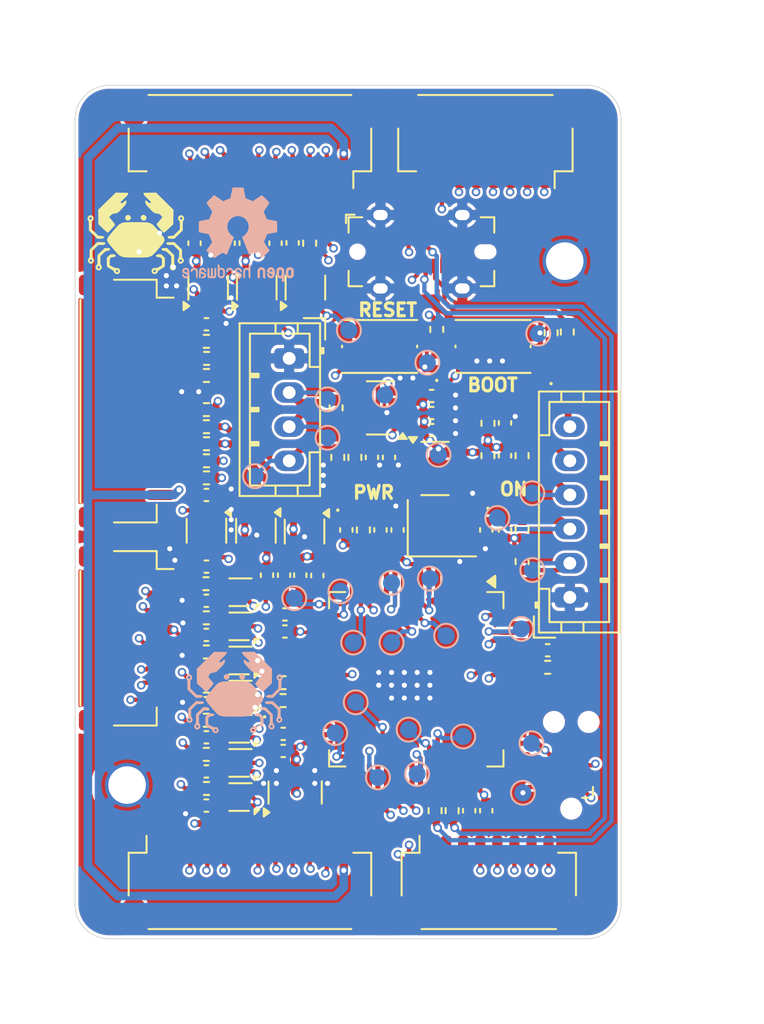
<source format=kicad_pcb>
(kicad_pcb (version 20240108) (generator "pcbnew") (generator_version "8.0")
  (title_block (title "OpenMC") (date "2024-06-06") (rev "1") (company "Crab Labs") (comment 1 "Author: Orion Serup") (comment 2 "License: CERN-OHW-W-2.0"))
  (layers (0 "F.Cu" signal) (1 "In1.Cu" signal) (2 "In2.Cu" signal) (31 "B.Cu" signal) (34 "B.Paste" user) (35 "F.Paste" user) (36 "B.SilkS" user "B.Silkscreen") (37 "F.SilkS" user "F.Silkscreen") (38 "B.Mask" user) (39 "F.Mask" user) (44 "Edge.Cuts" user))
  (net 0 "")
  (net 1 "/V_{3V3}")
  (net 2 "/MCU/VCAP2")
  (net 3 "/MCU/VCAP1")
  (net 4 "/GND")
  (net 13 "/MCU/PICO")
  (net 23 "/MCU/POCI")
  (net 25 "/MCU/BOOT")
  (net 26 "/D+")
  (net 27 "/D-")
  (net 31 "/V_{5V0}")
  (net 32 "Net-(J1-Pin_10)")
  (net 33 "/DRV_TEMP_SENSE")
  (net 34 "Net-(J1-Pin_7)")
  (net 35 "Net-(J1-Pin_3)")
  (net 36 "/BATTERY_SENSE")
  (net 37 "Net-(J1-Pin_4)")
  (net 38 "Net-(J1-Pin_11)")
  (net 39 "Net-(J1-Pin_5)")
  (net 40 "/V_{DRVA}")
  (net 41 "/AL")
  (net 42 "/BH")
  (net 43 "/CL")
  (net 44 "/AH")
  (net 45 "/BL")
  (net 46 "/CAN+")
  (net 47 "/CAN-")
  (net 48 "Net-(U1-PA11)")
  (net 49 "Net-(U1-PA12)")
  (net 50 "/CH")
  (net 51 "/MCU/X+")
  (net 52 "/MCU/X-")
  (net 53 "Net-(U3-EN)")
  (net 54 "/~{MCU_RESET}")
  (net 55 "/SWCLK")
  (net 56 "/SWDIO")
  (net 57 "/MCU/SCK")
  (net 58 "/MCU/~{CS}")
  (net 60 "/MOTOR_TEMP_SENSE")
  (net 61 "/CAN.RX")
  (net 62 "/CAN.TX")
  (net 63 "Net-(D2-A)")
  (net 64 "Net-(D3-A)")
  (net 65 "Net-(D4-A)")
  (net 66 "Net-(D5-A)")
  (net 67 "/MCU/STAT1")
  (net 68 "/MCU/STAT0")
  (net 69 "Net-(D6-A)")
  (net 70 "Net-(D7-A)")
  (net 71 "Net-(J1-Pin_9)")
  (net 73 "Net-(J1-Pin_8)")
  (net 74 "/Analog Buffers/CURRENT.B")
  (net 75 "/Analog Buffers/CURRENT.A")
  (net 76 "/Analog Buffers/VOLTAGE.A")
  (net 78 "/Analog Buffers/CURRENT.C")
  (net 79 "/Analog Buffers/VOLTAGE.B")
  (net 80 "/Analog Buffers/VOLTAGE.C")
  (net 81 "/Digital Buffers/IN.AL")
  (net 82 "/Digital Buffers/IN.CL")
  (net 83 "/Digital Buffers/IN.AH")
  (net 84 "/Digital Buffers/IN.CH")
  (net 85 "/V_SENSE_BUF.A")
  (net 86 "/V_SENSE_BUF.C")
  (net 87 "/Digital Buffers/IN.BH")
  (net 88 "/Digital Buffers/IN.BL")
  (net 89 "/HALL.B")
  (net 90 "/I_SENSE_BUF.B")
  (net 91 "/V_SENSE_BUF.B")
  (net 92 "/I_SENSE_BUF.A")
  (net 93 "/I_SENSE_BUF.C")
  (net 94 "/HALL.A")
  (net 95 "/HALL.C")
  (net 97 "Net-(J4-CC2)")
  (net 98 "/ENABLE")
  (net 99 "/DRV_EN")
  (net 102 "Net-(J4-CC1)")
  (net 103 "Net-(R20-Pad1)")
  (net 104 "Net-(R24-Pad1)")
  (net 105 "Net-(R25-Pad1)")
  (net 106 "Net-(R26-Pad1)")
  (net 107 "Net-(R27-Pad1)")
  (net 108 "Net-(R28-Pad1)")
  (net 109 "Net-(R29-Pad1)")
  (footprint "Capacitor_SMD:C_0402_1005Metric" (layer "F.Cu") (at 93.199999 48.08 -90)
    (property "Reference" "C31" (hide yes))
    (property "Value" "100nF")
  )
  (footprint "Capacitor_SMD:C_0402_1005Metric" (layer "F.Cu") (at 96.349999 64.9 90)
    (property "Reference" "C4" (hide yes))
    (property "Value" "2.2uF")
  )
  (footprint "Capacitor_SMD:C_0402_1005Metric" (layer "F.Cu") (at 104.549999 81.35 -90)
    (property "Reference" "C6" (hide yes))
    (property "Value" "100nF")
  )
  (footprint "Connector_JST:JST_SH_SM08B-SRSS-TB_1x08-1MP_P1.00mm_Horizontal" (layer "F.Cu") (at 104.5 42.1 180)
    (property "Reference" "J8" (hide yes))
    (property "Value" "Digital Extension")
  )
  (footprint "Capacitor_SMD:C_0402_1005Metric" (layer "F.Cu") (at 92.699999 67.55 90)
    (property "Reference" "C38" (hide yes))
    (property "Value" "10nF")
  )
  (footprint "LED_SMD:LED_0402_1005Metric" (layer "F.Cu") (at 101.649999 55.05 90)
    (property "Reference" "D6" (hide yes))
    (property "Value" "GREEN")
  )
  (footprint "LED_SMD:LED_0402_1005Metric" (layer "F.Cu") (at 108.349999 55.235 90)
    (property "Reference" "D7" (hide yes))
    (property "Value" "BLUE")
  )
  (footprint "MountingHole:MountingHole_2.2mm_M2_DIN965_Pad_TopOnly" (layer "F.Cu") (at 109.149999 49.15)
    (property "Reference" "H2" (hide yes))
    (property "Value" "MountingHole_Pad")
  )
  (footprint "Resistor_SMD:R_0402_1005Metric" (layer "F.Cu") (at 108.349999 53.35 -90)
    (property "Reference" "R14" (hide yes))
    (property "Value" "2.2k")
  )
  (footprint "Connector_JST:JST_SH_SM12B-SRSS-TB_1x12-1MP_P1.00mm_Horizontal" (layer "F.Cu") (at 83.449999 57.35 -90)
    (property "Reference" "J1" (hide yes))
    (property "Value" "Analog")
  )
  (footprint "OpenMC:TYPEC-303-ACP16" (layer "F.Cu") (at 100.75 48.6)
    (property "Reference" "J4" (hide yes))
    (property "Value" "TYPEC-303-ACP16")
  )
  (footprint "Package_TO_SOT_SMD:SOT-353_SC-70-5" (layer "F.Cu") (at 91.099999 50.7 90)
    (property "Reference" "U18" (hide yes))
    (property "Value" "LMV321")
  )
  (footprint "Capacitor_SMD:C_0402_1005Metric" (layer "F.Cu") (at 91.699999 67.55 90)
    (property "Reference" "C29" (hide yes))
    (property "Value" "100nF")
  )
  (footprint "Capacitor_SMD:C_0402_1005Metric" (layer "F.Cu") (at 101.349999 59.05)
    (property "Reference" "C18" (hide yes))
    (property "Value" "100nF")
  )
  (footprint "OpenMC:DFN-6_1.3x1.2mm_P0.4mm" (layer "F.Cu") (at 90.143999 68.55 180)
    (property "Reference" "U10" (hide yes))
    (property "Value" "SN74LVC1G125DBV")
  )
  (footprint "Capacitor_SMD:C_0402_1005Metric" (layer "F.Cu") (at 93.649999 67.55 90)
    (property "Reference" "C30" (hide yes))
    (property "Value" "100nF")
  )
  (footprint "Connector:Tag-Connect_TC2030-IDC-NL_2x03_P1.27mm_Vertical" (layer "F.Cu") (at 109.533999 78.69 90)
    (property "Reference" "J10" (hide yes))
    (property "Value" "Conn_ARM_SWD_TagConnect_TC2030-NL")
  )
  (footprint "Capacitor_SMD:C_0402_1005Metric" (layer "F.Cu") (at 108.149999 71.95)
    (property "Reference" "C20" (hide yes))
    (property "Value" "100nF")
  )
  (footprint "Resistor_SMD:R_0402_1005Metric" (layer "F.Cu") (at 88.149999 61.85)
    (property "Reference" "R15" (hide yes))
    (property "Value" "1k")
  )
  (footprint "Resistor_SMD:R_0402_1005Metric" (layer "F.Cu") (at 101.649999 53.15 -90)
    (property "Reference" "R13" (hide yes))
    (property "Value" "2.2k")
  )
  (footprint "Resistor_SMD:R_0402_1005Metric" (layer "F.Cu") (at 88.149999 53.85)
    (property "Reference" "R23" (hide yes))
    (property "Value" "1k")
  )
  (footprint "Resistor_SMD:R_0402_1005Metric" (layer "F.Cu") (at 106.649999 64.86 -90)
    (property "Reference" "R32" (hide yes))
    (property "Value" "2.2k")
  )
  (footprint "Connector_JST:JST_SH_SM08B-SRSS-TB_1x08-1MP_P1.00mm_Horizontal" (layer "F.Cu") (at 83.449999 71.25 -90)
    (property "Reference" "J5" (hide yes))
    (property "Value" "Digital")
  )
  (footprint "OpenMC:DFN-6_1.3x1.2mm_P0.4mm" (layer "F.Cu") (at 90.143999 74.55 180)
    (property "Reference" "U9" (hide yes))
    (property "Value" "SN74LVC1G125DBV")
  )
  (footprint "Connector_JST:JST_SH_SM12B-SRSS-TB_1x12-1MP_P1.00mm_Horizontal" (layer "F.Cu") (at 90.699999 85.6)
    (property "Reference" "J6" (hide yes))
    (property "Value" "Analog Extension")
  )
  (footprint "Capacitor_SMD:C_0402_1005Metric" (layer "F.Cu") (at 89.449999 48.1 -90)
    (property "Reference" "C34" (hide yes))
    (property "Value" "10nF")
  )
  (footprint "Capacitor_SMD:C_0402_1005Metric" (layer "F.Cu") (at 101.349999 57.05)
    (property "Reference" "C11" (hide yes))
    (property "Value" " 2.2uF")
  )
  (footprint "Resistor_SMD:R_0402_1005Metric" (layer "F.Cu") (at 92.639999 74.9 180)
    (property "Reference" "R11" (hide yes))
    (property "Value" "2.2k")
  )
  (footprint "Capacitor_SMD:C_0402_1005Metric" (layer "F.Cu") (at 105.649999 64.9 90)
    (property "Reference" "C1" (hide yes))
    (property "Value" "2.2uF")
  )
  (footprint "Capacitor_SMD:C_0402_1005Metric" (layer "F.Cu") (at 88.149999 52.85 180)
    (property "Reference" "C35" (hide yes))
    (property "Value" "10nF")
  )
  (footprint "Crystal:Crystal_SMD_3225-4Pin_3.2x2.5mm" (layer "F.Cu") (at 101.949999 64.8)
    (property "Reference" "Y1" (hide yes))
    (property "Value" "8MHz")
  )
  (footprint "OpenMC:DFN-6_1.3x1.2mm_P0.4mm" (layer "F.Cu") (at 90.143999 80.55 180)
    (property "Reference" "U6" (hide yes))
    (property "Value" "SN74LVC1G125DBV")
  )
  (footprint "LED_SMD:LED_0402_1005Metric" (layer "F.Cu") (at 104.649999 62.55 90)
    (property "Reference" "D2" (hide yes))
    (property "Value" "GREEN")
  )
  (footprint "Connector_JST:JST_PH_B4B-PH-K_1x04_P2.00mm_Vertical" (layer "F.Cu") (at 92.999999 54.85 -90)
    (property "Reference" "J3" (hide yes))
    (property "Value" "CAN")
  )
  (footprint "Package_TO_SOT_SMD:SOT-353_SC-70-5" (layer "F.Cu") (at 91.049999 64.95 -90)
    (property "Reference" "U15" (hide yes))
    (property "Value" "LMV321")
  )
  (footprint "Package_TO_SOT_SMD:SOT-23-5" (layer "F.Cu") (at 101.549999 61.3)
    (property "Reference" "U3" (hide yes))
    (property "Value" "NCP718xSN330")
  )
  (footprint "Connector_JST:JST_SH_SM08B-SRSS-TB_1x08-1MP_P1.00mm_Horizontal" (layer "F.Cu") (at 104.699999 85.6)
    (property "Reference" "J9" (hide yes))
    (property "Value" "Digital Extension")
  )
  (footprint "Capacitor_SMD:C_0402_1005Metric" (layer "F.Cu") (at 88.143999 69.05 180)
    (property "Reference" "C24" (hide yes))
    (property "Value" "100nF")
  )
  (footprint "Capacitor_SMD:C_0402_1005Metric" (layer "F.Cu") (at 105.649999 60.55 -90)
    (property "Reference" "C16" (hide yes))
    (property "Value" "2.2uF")
  )
  (footprint "Capacitor_SMD:C_0402_1005Metric" (layer "F.Cu") (at 92.749999 69.85 180)
    (property "Reference" "C8" (hide yes))
    (property "Value" "100nF")
  )
  (footprint "OpenMC:DFN-6_1.3x1.2mm_P0.4mm" (layer "F.Cu") (at 90.143999 72.55 180)
    (property "Reference" "U8" (hide yes))
    (property "Value" "SN74LVC1G125DBV")
  )
  (footprint "LED_SMD:LED_0402_1005Metric" (layer "F.Cu") (at 95.849999 62.65 90)
    (property "Reference" "D3" (hide yes))
    (property "Value" "RED")
  )
  (footprint "Package_QFP:LQFP-64_10x10mm_P0.5mm" (layer "F.Cu") (at 100.449999 73.65 -90)
    (property "Reference" "U1" (hide yes))
    (property "Value" "STM32F405RGTx")
  )
  (footprint "Resistor_SMD:R_0402_1005Metric" (layer "F.Cu") (at 88.149999 55.85)
    (property "Reference" "R21" (hide yes))
    (property "Value" "1k")
  )
  (footprint "Resistor_SMD:R_0402_1005Metric" (layer "F.Cu") (at 88.153999 80.05 180)
    (property "Reference" "R20" (hide yes))
    (property "Value" "100")
  )
  (footprint "Package_TO_SOT_SMD:SOT-353_SC-70-5" (layer "F.Cu") (at 88.249999 50.7 90)
    (property "Reference" "U19" (hide yes))
    (property "Value" "LMV321")
  )
  (footprint "Resistor_SMD:R_0402_1005Metric" (layer "F.Cu") (at 88.143999 72.05 180)
    (property "Reference" "R26" (hide yes))
    (property "Value" "100")
  )
  (footprint "Capacitor_SMD:C_0402_1005Metric" (layer "F.Cu") (at 88.143999 81.05 180)
    (property "Reference" "C10" (hide yes))
    (property "Value" "100nF")
  )
  (footprint "Package_TO_SOT_SMD:SOT-23-8" (layer "F.Cu") (at 98.349999 57.75 180)
    (property "Reference" "U2" (hide yes))
    (property "Value" "TCAN332")
  )
  (footprint "Capacitor_SMD:C_0402_1005Metric" (layer "F.Cu") (at 88.143999 77.05 180)
    (property "Reference" "C14" (hide yes))
    (property "Value" "100nF")
  )
  (footprint "Capacitor_SMD:C_0402_1005Metric" (layer "F.Cu") (at 94.649999 67.57 90)
    (property "Reference" "C39" (hide yes))
    (property "Value" "10nF")
  )
  (footprint "OpenMC:DFN-6_1.3x1.2mm_P0.4mm" (layer "F.Cu") (at 90.143999 70.55 180)
    (property "Reference" "U11" (hide yes))
    (property "Value" "SN74LVC1G125DBV")
  )
  (footprint "Package_TO_SOT_SMD:SOT-353_SC-70-5" (layer "F.Cu") (at 93.949999 50.7 90)
    (property "Reference" "U17" (hide yes))
    (property "Value" "LMV321")
  )
  (footprint "Capacitor_SMD:C_0402_1005Metric" (layer "F.Cu") (at 98.349999 64.9 90)
    (property "Reference" "C19" (hide yes))
    (property "Value" "100nF")
  )
  (footprint "Package_TO_SOT_SMD:SOT-23" (layer "F.Cu") (at 93.349999 80.2875 90)
    (property "Reference" "Q1" (hide yes))
    (property "Value" "DMG2301L")
  )
  (footprint "OpenMC:DFN-6_1.3x1.2mm_P0.4mm" (layer "F.Cu") (at 90.143999 76.55 180)
    (property "Reference" "U12" (hide yes))
    (property "Value" "SN74LVC1G125DBV")
  )
  (footprint "Capacitor_SMD:C_0402_1005Metric" (layer "F.Cu") (at 88.143999 75.05 180)
    (property "Reference" "C23" (hide yes))
    (property "Value" "100nF")
  )
  (footprint "Resistor_SMD:R_0402_1005Metric" (layer "F.Cu") (at 88.149999 60.85)
    (property "Reference" "R16" (hide yes))
    (property "Value" "1k")
  )
  (footprint "Resistor_SMD:R_0402_1005Metric" (layer "F.Cu") (at 97.349999 64.9 -90)
    (property "Reference" "R4" (hide yes))
    (property "Value" "4.7k")
  )
  (footprint "Resistor_SMD:R_0402_1005Metric" (layer "F.Cu") (at 104.649999 58.65 -90)
    (property "Reference" "R30" (hide yes))
    (property "Value" "10k")
  )
  (footprint "Resistor_SMD:R_0402_1005Metric" (layer "F.Cu") (at 96.849999 60.65 -90)
    (property "Reference" "R8" (hide yes))
    (property "Value" "4.7k")
  )
  (footprint "Capacitor_SMD:C_0402_1005Metric" (layer "F.Cu") (at 104.549999 64.9 90)
    (property "Reference" "C9" (hide yes))
    (property "Value" "10pF")
  )
  (footprint "Resistor_SMD:R_0402_1005Metric" (layer "F.Cu") (at 88.123999 68.05 180)
    (property "Reference" "R28" (hide yes))
    (property "Value" "100")
  )
  (footprint "Button_Switch_SMD:SW_Push_1P1T_NO_CK_KMR2" (layer "F.Cu") (at 104.949999 54.15 180)
    (property "Reference" "SW2" (hide yes))
    (property "Value" "BOOT")
  )
  (footprint "Resistor_SMD:R_0402_1005Metric" (layer "F.Cu") (at 88.149999 57.85)
    (property "Reference" "R19" (hide yes))
    (property "Value" "1k")
  )
  (footprint "Connector_JST:JST_SH_SM12B-SRSS-TB_1x12-1MP_P1.00mm_Horizontal" (layer "F.Cu") (at 90.699999 42.1 180)
    (property "Reference" "J7" (hide yes))
    (property "Value" "Analog Extension")
  )
  (footprint "LED_SMD:LED_0402_1005Metric" (layer "F.Cu") (at 92.649999 72.85)
    (property "Reference" "D5" (hide yes))
    (property "Value" "GREEN")
  )
  (footprint "Capacitor_SMD:C_0402_1005Metric" (layer "F.Cu") (at 105.649999 58.63 90)
    (property "Reference" "C26" (hide yes))
    (property "Value" "100nF")
  )
  (footprint "Capacitor_SMD:C_0402_1005Metric" (layer "F.Cu") (at 88.143999 79.05 180)
    (property "Reference" "C17" (hide yes))
    (property "Value" "100nF")
  )
  (footprint "Capacitor_SMD:C_0402_1005Metric" (layer "F.Cu") (at 88.143999 73.05 180)
    (property "Reference" "C22" (hide yes))
    (property "Value" "100nF")
  )
  (footprint "Resistor_SMD:R_0402_1005Metric" (layer "F.Cu") (at 109.3 53.3 -90)
    (property "Reference" "R2" (hide yes))
    (property "Value" "5.1k")
  )
  (footprint "Resistor_SMD:R_0402_1005Metric" (layer "F.Cu") (at 88.149999 58.85)
    (property "Reference" "R18" (hide yes))
    (property "Value" "1k")
  )
  (footprint "Capacitor_SMD:C_0402_1005Metric" (layer "F.Cu") (at 103.549999 81.35 -90)
    (property "Reference" "C2" (hide yes))
    (property "Value" "2.2uF")
  )
  (footprint "Capacitor_SMD:C_0402_1005Metric" (layer "F.Cu") (at 92.649999 76.85 180)
    (property "Reference" "C3" (hide yes))
    (property "Value" "2.2uF")
  )
  (footprint "Capacitor_SMD:C_0402_1005Metric" (layer "F.Cu") (at 97.849999 60.65 -90)
    (property "Reference" "C13" (hide yes))
    (property "Value" "2.2uF")
  )
  (footprint "Resistor_SMD:R_0402_1005Metric" (layer "F.Cu") (at 88.143999 70.05 180)
    (property "Reference" "R29" (hide yes))
    (property "Value" "100")
  )
  (footprint "Capacitor_SMD:C_0402_1005Metric" (layer "F.Cu") (at 101.349999 58.05)
    (property "Reference" "C12" (hide yes))
    (property "Value" "100nF")
  )
  (footprint "Connector_JST:JST_PH_B6B-PH-K_1x06_P2.00mm_Vertical" (layer "F.Cu") (at 109.449999 68.85 90)
    (property "Reference" "J2" (hide yes))
    (property "Value" "Hall Sensors")
  )
  (footprint "LOGO" (layer "F.Cu") (at 84 47.4)
    (property "Reference" "G***" (hide yes))
    (property "Value" "LOGO" (hide yes))
  )
  (footprint "Resistor_SMD:R_0402_1005Metric" (layer "F.Cu") (at 102.549999 81.35 -90)
    (property "Reference" "R7" (hide yes))
    (property "Value" "22")
  )
  (footprint "Resistor_SMD:R_0402_1005Metric" (layer "F.Cu") (at 108.149999 72.95 180)
    (property "Reference" "R5" (hide yes))
    (property "Value" "4.7k")
  )
  (footprint "Resistor_SMD:R_0402_1005Metric" (layer "F.Cu") (at 95.849999 60.65 -90)
    (property "Reference" "R10" (hide yes))
    (property "Value" "1k")
  )
  (footprint "Resistor_SMD:R_0402_1005Metric" (layer "F.Cu") (at 88.143999 78.05 180)
    (property "Reference" "R25" (hide yes))
    (property "Value" "100")
  )
  (footprint "Button_Switch_SMD:SW_Push_1P1T_NO_CK_KMR2" (layer "F.Cu") (at 98.299999 54.15)
    (property "Reference" "SW1" (hide yes))
    (property "Value" "RESET")
  )
  (footprint "Resistor_SMD:R_0402_1005Metric" (layer "F.Cu") (at 95.749999 57.75 90)
    (property "Reference" "R3" (hide yes))
    (property "Value" "120")
  )
  (footprint "Capacitor_SMD:C_0402_1005Metric" (layer "F.Cu") (at 88.143999 71.05 180)
    (property "Reference" "C25" (hide yes))
    (property "Value" "100nF")
  )
  (footprint "Package_TO_SOT_SMD:SOT-353_SC-70-5" (layer "F.Cu") (at 93.899999 65 -90)
    (property "Reference" "U16" (hide yes))
    (property "Value" "LMV321")
  )
  (footprint "Capacitor_SMD:C_0402_1005Metric" (layer "F.Cu") (at 92.199999 48.1 -90)
    (property "Reference" "C36" (hide yes))
    (property "Value" "10nF")
  )
  (footprint "Capacitor_SMD:C_0402_1005Metric" (layer "F.Cu") (at 87.449999 48.1 -90)
    (property "Reference" "C33" (hide yes))
    (property "Value" "100nF")
  )
  (footprint "Resistor_SMD:R_0402_1005Metric" (layer "F.Cu") (at 106.649999 60.55 90)
    (property "Reference" "R31" (hide yes))
    (property "Value" "2.2k")
  )
  (footprint "Capacitor_SMD:C_0402_1005Metric" (layer "F.Cu") (at 90.449999 48.1 -90)
    (property "Reference" "C32" (hide yes))
    (property "Value" "100nF")
  )
  (footprint "Resistor_SMD:R_0402_1005Metric" (layer "F.Cu") (at 94.2 48.1 -90)
    (property "Reference" "R1" (hide yes))
    (property "Value" "5.1k")
  )
  (footprint "Resistor_SMD:R_0402_1005Metric" (layer "F.Cu") (at 104.649999 60.55 -90)
    (property "Reference" "R9" (hide yes))
    (property "Value" "1k")
  )
  (footprint "Capacitor_SMD:C_0402_1005Metric" (layer "F.Cu") (at 88.149999 67.05)
    (property "Reference" "C28" (hide yes))
    (property "Value" "100nF")
  )
  (footprint "OpenMC:DFN-6_1.3x1.2mm_P0.4mm" (layer "F.Cu") (at 90.143999 78.55 180)
    (property "Reference" "U7" (hide yes))
    (property "Value" "SN74LVC1G125DBV")
  )
  (footprint "Capacitor_SMD:C_0402_1005Metric" (layer "F.Cu") (at 98.849999 60.65 -90)
    (property "Reference" "C15" (hide yes))
    (property "Value" "100nF")
  )
  (footprint "Resistor_SMD:R_0402_1005Metric" (layer "F.Cu") (at 101.549999 81.35 -90)
    (property "Reference" "R6" (hide yes))
    (property "Value" "22")
  )
  (footprint "MountingHole:MountingHole_2.2mm_M2_DIN965_Pad_TopOnly" (layer "F.Cu") (at 83.5 79.85)
    (property "Reference" "H1" (hide yes))
    (property "Value" "MountingHole_Pad")
  )
  (footprint "Capacitor_SMD:C_0402_1005Metric" (layer "F.Cu") (at 99.349999 64.9 -90)
    (property "Reference" "C21" (hide yes))
    (property "Value" "10pF")
  )
  (footprint "Resistor_SMD:R_0402_1005Metric" (layer "F.Cu") (at 88.143999 74.05 180)
    (property "Reference" "R27" (hide yes))
    (property "Value" "100")
  )
  (footprint "Resistor_SMD:R_0402_1005Metric" (layer "F.Cu") (at 88.143999 76.05 180)
    (property "Reference" "R24" (hide yes))
    (property "Value" "100")
  )
  (footprint "Resistor_SMD:R_0402_1005Metric" (layer "F.Cu") (at 88.149999 59.85)
    (property "Reference" "R17" (hide yes))
    (property "Value" "1k")
  )
  (footprint "Capacitor_SMD:C_0402_1005Metric" (layer "F.Cu") (at 92.749999 70.85 180)
    (property "Reference" "C7" (hide yes))
    (property "Value" "100nF")
  )
  (footprint "Resistor_SMD:R_0402_1005Metric" (layer "F.Cu") (at 88.159999 54.85)
    (property "Reference" "R22" (hide yes))
    (property "Value" "1k")
  )
  (footprint "Resistor_SMD:R_0402_1005Metric" (layer "F.Cu") (at 92.639999 73.85 180)
    (property "Reference" "R12" (hide yes))
    (property "Value" "2.2k")
  )
  (footprint "Capacitor_SMD:C_0402_1005Metric" (layer "F.Cu") (at 88.149999 62.85)
    (property "Reference" "C37" (hide yes))
    (property "Value" "10nF")
  )
  (footprint "LED_SMD:LED_0402_1005Metric" (layer "F.Cu") (at 92.649999 75.85)
    (property "Reference" "D4" (hide yes))
    (property "Value" "BLUE")
  )
  (footprint "Capacitor_SMD:C_0402_1005Metric" (layer "F.Cu") (at 92.649999 77.85 180)
    (property "Reference" "C5" (hide yes))
    (property "Value" "2.2uF")
  )
  (footprint "Package_TO_SOT_SMD:SOT-353_SC-70-5" (layer "F.Cu") (at 88.149999 64.95 -90)
    (property "Reference" "U14" (hide yes))
    (property "Value" "LMV321")
  )
  (footprint "Resistor_SMD:R_0402_1005Metric" (layer "F.Cu") (at 106.649999 66.75 90)
    (property "Reference" "R33" (hide yes))
    (property "Value" "2.2k")
  )
  (footprint "TestPoint:TestPoint_Pad_D1.0mm" (layer "B.Cu") (at 107.25 67.25 180)
    (property "Reference" "TP29" (hide yes))
    (property "Value" "HALL.C")
  )
  (footprint "LOGO" (layer "B.Cu") (at 89.8 74.3 180)
    (property "Reference" "G***" (hide yes))
    (property "Value" "LOGO" (hide yes))
  )
  (footprint "TestPoint:TestPoint_Pad_D1.0mm" (layer "B.Cu") (at 107.25 62.75 180)
    (property "Reference" "TP28" (hide yes))
    (property "Value" "HALL.A")
  )
  (footprint "TestPoint:TestPoint_Pad_D1.0mm" (layer "B.Cu") (at 95.25 57.25 180)
    (property "Reference" "TP31" (hide yes))
    (property "Value" "CAN-")
  )
  (footprint "TestPoint:TestPoint_Pad_D1.0mm" (layer "B.Cu") (at 91 61.75 180)
    (property "Reference" "TP1" (hide yes))
    (property "Value" "/V_{5V0}")
  )
  (footprint "TestPoint:TestPoint_Pad_D1.0mm" (layer "B.Cu") (at 103.2 77 180)
    (property "Reference" "TP11" (hide yes))
    (property "Value" "CH")
  )
  (footprint "TestPoint:TestPoint_Pad_D1.0mm" (layer "B.Cu") (at 107.6 53.4 180)
    (property "Reference" "TP4" (hide yes))
    (property "Value" "BOOT")
  )
  (footprint "TestPoint:TestPoint_Pad_D1.0mm" (layer "B.Cu") (at 96.9 75 180)
    (property "Reference" "TP9" (hide yes))
    (property "Value" "CL")
  )
  (footprint "TestPoint:TestPoint_Pad_D1.0mm" (layer "B.Cu") (at 99 68 180)
    (property "Reference" "TP34" (hide yes))
    (property "Value" "BATTERY_SENSE")
  )
  (footprint "TestPoint:TestPoint_Pad_D1.0mm" (layer "B.Cu") (at 101.25 67.75 180)
    (property "Reference" "TP26" (hide yes))
    (property "Value" "CURRENT.A")
  )
  (footprint "TestPoint:TestPoint_Pad_D1.0mm" (layer "B.Cu") (at 102.2 71.1 180)
    (property "Reference" "TP22" (hide yes))
    (property "Value" "CURRENT.B")
  )
  (footprint "TestPoint:TestPoint_Pad_D1.0mm" (layer "B.Cu") (at 99 71.5 180)
    (property "Reference" "TP27" (hide yes))
    (property "Value" "CURRENT.C")
  )
  (footprint "TestPoint:TestPoint_Pad_D1.0mm" (layer "B.Cu") (at 96.5 53.2 180)
    (property "Reference" "TP12" (hide yes))
    (property "Value" "VOLTAGE.A")
  )
  (footprint "TestPoint:TestPoint_Pad_D1.0mm" (layer "B.Cu") (at 100.5 79.2 180)
    (property "Reference" "TP10" (hide yes))
    (property "Value" "AH")
  )
  (footprint "TestPoint:TestPoint_Pad_D1.0mm" (layer "B.Cu") (at 105.2 64.2 180)
    (property "Reference" "TP21" (hide yes))
    (property "Value" "HALL.B")
  )
  (footprint "TestPoint:TestPoint_Pad_D1.0mm" (layer "B.Cu") (at 98.6 57 180)
    (property "Reference" "TP6" (hide yes))
    (property "Value" "RX")
  )
  (footprint "TestPoint:TestPoint_Pad_D1.0mm" (layer "B.Cu") (at 107.2 77.4 180)
    (property "Reference" "TP19" (hide yes))
    (property "Value" "SWCLK")
  )
  (footprint "TestPoint:TestPoint_Pad_D1.0mm" (layer "B.Cu") (at 101.1 55.1 180)
    (property "Reference" "TP5" (hide yes))
    (property "Value" "~{RESET}")
  )
  (footprint "TestPoint:TestPoint_Pad_D1.0mm" (layer "B.Cu") (at 96.75 71.5 180)
    (property "Reference" "TP23" (hide yes))
    (property "Value" "VOLTAGE.B")
  )
  (footprint "TestPoint:TestPoint_Pad_D1.0mm" (layer "B.Cu") (at 106.7 80.3 180)
    (property "Reference" "TP20" (hide yes))
    (property "Value" "SWDIO")
  )
  (footprint "TestPoint:TestPoint_Pad_D1.0mm" (layer "B.Cu") (at 101.75 60.5 180)
    (property "Reference" "TP2" (hide yes))
    (property "Value" "/V_{3V3}")
  )
  (footprint "TestPoint:TestPoint_Pad_D1.0mm" (layer "B.Cu") (at 93.3 68.9 180)
    (property "Reference" "TP13" (hide yes))
    (property "Value" "VOLTAGE.C")
  )
  (footprint "TestPoint:TestPoint_Pad_D1.0mm" (layer "B.Cu") (at 95.25 59.5 180)
    (property "Reference" "TP30" (hide yes))
    (property "Value" "CAN+")
  )
  (footprint "TestPoint:TestPoint_Pad_D1.0mm" (layer "B.Cu") (at 98.2 79.4 180)
    (property "Reference" "TP15" (hide yes))
    (property "Value" "BL")
  )
  (footprint "TestPoint:TestPoint_Pad_D1.0mm" (layer "B.Cu") (at 106.6 70.7 180)
    (property "Reference" "TP7" (hide yes))
    (property "Value" "TX")
  )
  (footprint "TestPoint:TestPoint_Pad_D1.0mm" (layer "B.Cu") (at 95.7 76.8 180)
    (property "Reference" "TP8" (hide yes))
    (property "Value" "AL")
  )
  (footprint "TestPoint:TestPoint_Pad_D1.0mm" (layer "B.Cu") (at 96 68.5 180)
    (property "Reference" "TP32" (hide yes))
    (property "Value" "DRV_TEMP_SENSE")
  )
  (footprint "Symbol:OSHW-Logo2_7.3x6mm_SilkScreen" (layer "B.Cu") (at 90 47.6 180)
    (property "Reference" "SYM1" (hide yes))
    (property "Value" "Logo_Open_Hardware_Large" (hide yes))
  )
  (footprint "TestPoint:TestPoint_Pad_D1.0mm" (layer "B.Cu") (at 100 76.6 180)
    (property "Reference" "TP14" (hide yes))
    (property "Value" "BH")
  )
  (gr_line (start 82.449999 88.85) (end 110.449999 88.85) (stroke (width 0.05)) (layer "Edge.Cuts"))
  (gr_line (start 110.449999 38.85) (end 82.449999 38.85) (stroke (width 0.05)) (layer "Edge.Cuts"))
  (gr_line (start 80.449999 40.85) (end 80.449999 86.85) (stroke (width 0.05)) (layer "Edge.Cuts"))
  (gr_arc (start 110.449999 38.85) (mid 111.864213 39.435786) (end 112.449999 40.85) (stroke (width 0.05)) (layer "Edge.Cuts"))
  (gr_arc (start 112.449999 86.85) (mid 111.864213 88.264214) (end 110.449999 88.85) (stroke (width 0.05)) (layer "Edge.Cuts"))
  (gr_arc (start 82.449999 88.85) (mid 81.035785 88.264214) (end 80.449999 86.85) (stroke (width 0.05)) (layer "Edge.Cuts"))
  (gr_line (start 112.449999 86.85) (end 112.449999 40.85) (stroke (width 0.05)) (layer "Edge.Cuts"))
  (gr_arc (start 80.449999 40.85) (mid 81.035785 39.435786) (end 82.449999 38.85) (stroke (width 0.05)) (layer "Edge.Cuts"))
  (gr_text "RESET\n" (at 96.949999 52.45 0) (layer "F.SilkS") (effects (font (size 0.75 0.75) (thickness 0.1875) (bold yes)) (justify left bottom)))
  (gr_text "BOOT\n" (at 103.349999 56.85 0) (layer "F.SilkS") (effects (font (size 0.75 0.75) (thickness 0.1875) (bold yes)) (justify left bottom)))
  (gr_text "ON\n" (at 105.249999 62.95 0) (layer "F.SilkS") (effects (font (size 0.75 0.75) (thickness 0.1875) (bold yes)) (justify left bottom)))
  (gr_text "PWR" (at 96.649999 63.15 0) (layer "F.SilkS") (effects (font (size 0.75 0.75) (thickness 0.1875) (bold yes)) (justify left bottom)))
  (segment (start 97.119999 66.15) (end 97.649999 66.15) (width 0.254) (layer "F.Cu") (net 1))
  (segment (start 88.156999 76.557) (end 88.199999 76.6) (width 0.2) (layer "F.Cu") (net 1))
  (segment (start 94.062999 66.463) (end 94.049999 66.45) (width 0.4) (layer "F.Cu") (net 1))
  (segment (start 105.649999 65.38) (end 106.639999 65.38) (width 0.4) (layer "F.Cu") (net 1))
  (segment (start 101.2 52.3) (end 101.309999 52.3) (width 0.254) (layer "F.Cu") (net 1))
  (segment (start 93.449999 78.35) (end 93.349999 78.25) (width 0.5) (layer "F.Cu") (net 1))
  (segment (start 93.349999 79.35) (end 93.349999 78.45) (width 0.5) (layer "F.Cu") (net 1))
  (segment (start 93.349999 79.35) (end 93.349999 80.25) (width 0.5) (layer "F.Cu") (net 1))
  (segment (start 88.849999 66.55) (end 88.799999 66.6) (width 0.4) (layer "F.Cu") (net 1))
  (segment (start 88.623999 75.05) (end 88.249999 75.05) (width 0.2) (layer "F.Cu") (net 1))
  (segment (start 93.349999 78.25) (end 93.349999 78.07) (width 0.5) (layer "F.Cu") (net 1))
  (segment (start 88.199999 77.1) (end 88.199999 77.642312) (width 0.2) (layer "F.Cu") (net 1))
  (segment (start 88.199999 75.1) (end 88.199999 75.668312) (width 0.2) (layer "F.Cu") (net 1))
  (segment (start 101.749999 60.15) (end 101.949999 60.35) (width 0.4) (layer "F.Cu") (net 1))
  (segment (start 93.329999 77.6) (end 93.179999 77.75) (width 0.254) (layer "F.Cu") (net 1))
  (segment (start 100.869999 57.05) (end 100.869999 56.63) (width 0.254) (layer "F.Cu") (net 1))
  (segment (start 88.140999 79.409) (end 88.140999 80.567) (width 0.2) (layer "F.Cu") (net 1))
  (segment (start 88.823999 73.05) (end 88.723999 72.95) (width 0.2) (layer "F.Cu") (net 1))
  (segment (start 109.349999 57.75) (end 109.349999 58.75) (width 0.4) (layer "F.Cu") (net 1))
  (segment (start 93.599999 70.9) (end 93.279999 70.9) (width 0.2) (layer "F.Cu") (net 1))
  (segment (start 88.110999 67.569) (end 88.110999 68.35) (width 0.2) (layer "F.Cu") (net 1))
  (segment (start 100.869999 58.605001) (end 100.869999 59.27) (width 0.4) (layer "F.Cu") (net 1))
  (segment (start 99.487499 57.425) (end 100.844999 57.425) (width 0.4) (layer "F.Cu") (net 1))
  (segment (start 93.349999 78.07) (end 93.129999 77.85) (width 0.5) (layer "F.Cu") (net 1))
  (segment (start 93.649999 66.65) (end 93.649999 67.12) (width 0.4) (layer "F.Cu") (net 1))
  (segment (start 91.649999 66.55) (end 91.699999 66.6) (width 0.4) (layer "F.Cu") (net 1))
  (segment (start 103.749999 60.35) (end 104.339999 60.35) (width 0.4) (layer "F.Cu") (net 1))
  (segment (start 102.687499 60.35) (end 103.749999 60.35) (width 0.4) (layer "F.Cu") (net 1))
  (segment (start 104.649999 59.65) (end 104.649999 59.16) (width 0.4) (layer "F.Cu") (net 1))
  (segment (start 87.599999 49.2) (end 87.549999 49.15) (width 0.4) (layer "F.Cu") (net 1))
  (segment (start 91.699999 65.9) (end 91.699999 66.5) (width 0.4) (layer "F.Cu") (net 1))
  (segment (start 88.170999 73.671312) (end 88.130999 73.711312) (width 0.2) (layer "F.Cu") (net 1))
  (segment (start 94.549999 65.95) (end 94.549999 66.35) (width 0.4) (layer "F.Cu") (net 1))
  (segment (start 105.129999 60.07) (end 104.679999 60.07) (width 0.4) (layer "F.Cu") (net 1))
  (segment (start 103.849999 58.75) (end 103.849999 57.45) (width 0.4) (layer "F.Cu") (net 1))
  (segment (start 106.199999 65.38) (end 105.649999 65.38) (width 0.254) (layer "F.Cu") (net 1))
  (segment (start 106.649999 65.37) (end 106.649999 66.24) (width 0.4) (layer "F.Cu") (net 1))
  (segment (start 104.339999 60.35) (end 104.649999 60.04) (width 0.4) (layer "F.Cu") (net 1))
  (segment (start 88.249999 75.05) (end 88.199999 75.1) (width 0.2) (layer "F.Cu") (net 1))
  (segment (start 97.649999 66.15) (end 98.199999 66.7) (width 0.254) (layer "F.Cu") (net 1))
  (segment (start 101.949999 60.35) (end 102.687499 60.35) (width 0.4) (layer "F.Cu") (net 1))
  (segment (start 95.3 49.00387) (end 94.773 48.47687) (width 0.2) (layer "F.Cu") (net 1))
  (segment (start 94.774999 70.9) (end 93.699999 70.9) (width 0.2) (layer "F.Cu") (net 1))
  (segment (start 88.199999 82.1) (end 87.449999 82.1) (width 0.4) (layer "F.Cu") (net 1))
  (segment (start 88.170999 68.41) (end 88.170999 69.1) (width 0.2) (layer "F.Cu") (net 1))
  (segment (start 88.220999 79.05) (end 88.170999 79.1) (width 0.2) (layer "F.Cu") (net 1))
  (segment (start 94.773 48.3) (end 94.586 48.113) (width 0.2) (layer "F.Cu") (net 1))
  (segment (start 94.436999 66.463) (end 94.062999 66.463) (width 0.4) (layer "F.Cu") (net 1))
  (segment (start 93.349999 80.25) (end 93.449999 80.35) (width 0.5) (layer "F.Cu") (net 1))
  (segment (start 88.170999 71.1) (end 88.170999 71.379) (width 0.2) (layer "F.Cu") (net 1))
  (segment (start 89.775999 73.05) (end 88.823999 73.05) (width 0.2) (layer "F.Cu") (net 1))
  (segment (start 87.599999 49.1) (end 87.599999 48.78) (width 0.4) (layer "F.Cu") (net 1))
  (segment (start 88.170999 72.459) (end 88.170999 73.1) (width 0.2) (layer "F.Cu") (net 1))
  (segment (start 88.130999 70.419) (end 88.170999 70.459) (width 0.2) (layer "F.Cu") (net 1))
  (segment (start 105.149999 60.05) (end 105.129999 60.07) (width 0.4) (layer "F.Cu") (net 1))
  (segment (start 88.623999 79.05) (end 88.220999 79.05) (width 0.2) (layer "F.Cu") (net 1))
  (segment (start 88.799999 66.88) (end 88.629999 67.05) (width 0.4) (layer "F.Cu") (net 1))
  (segment (start 88.623999 77.05) (end 88.249999 77.05) (width 0.2) (layer "F.Cu") (net 1))
  (segment (start 101.249999 59.65) (end 101.749999 60.15) (width 0.4) (layer "F.Cu") (net 1))
  (segment (start 88.220999 69.05) (end 88.170999 69.1) (width 0.2) (layer "F.Cu") (net 1))
  (segment (start 110.168999 80.069) (end 110.699999 80.6) (width 0.254) (layer "F.Cu") (net 1))
  (segment (start 100.925 58.55) (end 100.869999 58.494999) (width 0.4) (layer "F.Cu") (net 1))
  (segment (start 100.869999 56.63) (end 101.249999 56.25) (width 0.254) (layer "F.Cu") (net 1))
  (segment (start 87.549999 49.15) (end 87.599999 49.1) (width 0.4) (layer "F.Cu") (net 1))
  (segment (start 104.199999 80.199999) (end 104.425 80.425) (width 0.254) (layer "F.Cu") (net 1))
  (segment (start 88.130999 72.419) (end 88.170999 72.459) (width 0.2) (layer "F.Cu") (net 1))
  (segment (start 88.799999 66.6) (end 88.799999 66.88) (width 0.4) (layer "F.Cu") (net 1))
  (segment (start 88.170999 78.428688) (end 88.170999 79.1) (width 0.2) (layer "F.Cu") (net 1))
  (segment (start 88.199999 76.6) (end 88.199999 77.1) (width 0.2) (layer "F.Cu") (net 1))
  (segment (start 104.425 80.845001) (end 104.549999 80.97) (width 0.254) (layer "F.Cu") (net 1))
  (segment (start 104.199999 79.325) (end 104.199999 80.199999) (width 0.254) (layer "F.Cu") (net 1))
  (segment (start 93.649999 70.85) (end 93.599999 70.9) (width 0.2) (layer "F.Cu") (net 1))
  (segment (start 94.549999 66.35) (end 94.436999 66.463) (width 0.4) (layer "F.Cu") (net 1))
  (segment (start 88.130999 69.419) (end 88.130999 70.419) (width 0.2) (layer "F.Cu") (net 1))
  (segment (start 89.349999 66.5) (end 89.449999 66.6) (width 0.254) (layer "F.Cu") (net 1))
  (segment (start 88.623999 71.05) (end 88.220999 71.05) (width 0.2) (layer "F.Cu") (net 1))
  (segment (start 106.124999 69.9) (end 104.6 69.9) (width 0.254) (layer "F.Cu") (net 1))
  (segment (start 104.549999 66.65) (end 104.199999 67) (width 0.254) (layer "F.Cu") (net 1))
  (segment (start 89.775999 75.05) (end 88.623999 75.05) (width 0.254) (layer "F.Cu") (net 1))
  (segment (start 100.869999 59.27) (end 101.249999 59.65) (width 0.4) (layer "F.Cu") (net 1))
  (segment (start 88.629999 67.05) (end 88.110999 67.569) (width 0.2) (layer "F.Cu") (net 1))
  (segment (start 100.869999 57.65) (end 100.869999 57.57) (width 0.4) (layer "F.Cu") (net 1))
  (segment (start 88.110999 68.35) (end 88.170999 68.41) (width 0.2) (layer "F.Cu") (net 1))
  (segment (start 103.849999 57.45) (end 104.249999 57.05) (width 0.4) (layer "F.Cu") (net 1))
  (segment (start 95.3 49.1) (end 95.3 49.00387) (width 0.2) (layer "F.Cu") (net 1))
  (segment (start 102.724999 55.875) (end 102.349999 56.25) (width 0.254) (layer "F.Cu") (net 1))
  (segment (start 106.999999 54.95) (end 106.999999 56.9) (width 0.254) (layer "F.Cu") (net 1))
  (segment (start 105.449999 66.65) (end 104.549999 66.65) (width 0.254) (layer "F.Cu") (net 1))
  (segment (start 106.999999 56.9) (end 106.849999 57.05) (width 0.254) (layer "F.Cu") (net 1))
  (segment (start 100.869999 57.57) (end 100.849999 57.55) (width 0.4) (layer "F.Cu") (net 1))
  (segment (start 88.170999 69.379) (end 88.130999 69.419) (width 0.2) (layer "F.Cu") (net 1))
  (segment (start 93.229999 69.85) (end 93.229999 70.85) (width 0.4) (layer "F.Cu") (net 1))
  (segment (start 88.130999 73.711312) (end 88.130999 74.419) (width 0.2) (layer "F.Cu") (net 1))
  (segment (start 106.199999 65.38) (end 106.199999 65.9) (width 0.254) (layer "F.Cu") (net 1))
  (segment (start 89.775999 71.05) (end 88.623999 71.05) (width 0.254) (layer "F.Cu") (net 1))
  (segment (start 91.699999 66.6) (end 91.699999 66.84) (width 0.4) (layer "F.Cu") (net 1))
  (segment (start 90.449999 49.15) (end 90.449999 48.85) (width 0.4) (layer "F.Cu") (net 1))
  (segment (start 88.130999 71.419) (end 88.130999 72.419) (width 0.2) (layer "F.Cu") (net 1))
  (segment (start 93.646999 48.113) (end 93.199999 48.56) (width 0.2) (layer "F.Cu") (net 1))
  (segment (start 93.85 77.4) (end 94.774999 77.4) (width 0.254) (layer "F.Cu") (net 1))
  (segment (start 88.220999 71.05) (end 88.170999 71.1) (width 0.2) (layer "F.Cu") (net 1))
  (segment (start 96.15 65.8) (end 96.769999 65.8) (width 0.254) (layer "F.Cu") (net 1))
  (segment (start 106.849999 57.05) (end 108.649999 57.05) (width 0.4) (layer "F.Cu") (net 1))
  (segment (start 88.249999 77.05) (end 88.199999 77.1) (width 0.2) (layer "F.Cu") (net 1))
  (segment (start 94.586 48.113) (end 93.646999 48.113) (width 0.2) (layer "F.Cu") (net 1))
  (segment (start 105.649999 60.07) (end 105.169999 60.07) (width 0.4) (layer "F.Cu") (net 1))
  (segment (start 93.65 77.6) (end 93.329999 77.6) (width 0.254) (layer "F.Cu") (net 1))
  (segment (start 108.649999 57.05) (end 109.349999 57.75) (width 0.4) (layer "F.Cu") (net 1))
  (segment (start 88.199999 74.488) (end 88.199999 75.1) (width 0.2) (layer "F.Cu") (net 1))
  (segment (start 100.869999 58.494999) (end 100.869999 57.65) (width 0.4) (layer "F.Cu") (net 1))
  (segment (start 88.170999 79.1) (end 88.170999 79.379) (width 0.2) (layer "F.Cu") (net 1))
  (segment (start 88.623999 73.05) (end 88.220999 73.05) (width 0.2) (layer "F.Cu") (net 1))
  (segment (start 102.349999 56.25) (end 101.249999 56.25) (width 0.254) (layer "F.Cu") (net 1))
  (segment (start 88.799999 65.8) (end 88.799999 66.5) (width 0.4) (layer "F.Cu") (net 1))
  (segment (start 88.140999 80.567) (end 88.623999 81.05) (width 0.2) (layer "F.Cu") (net 1))
  (segment (start 88.170999 69.1) (end 88.170999 69.379) (width 0.2) (layer "F.Cu") (net 1))
  (segment (start 89.775999 69.05) (end 88.623999 69.05) (width 0.254) (layer "F.Cu") (net 1))
  (segment (start 90.449999 49.75) (end 90.449999 49.15) (width 0.4) (layer "F.Cu") (net 1))
  (segment (start 98.199999 66.7) (end 98.199999 67.975) (width 0.254) (layer "F.Cu") (net 1))
  (segment (start 88.130999 78.388688) (end 88.170999 78.428688) (width 0.2) (layer "F.Cu") (net 1))
  (segment (start 96.769999 65.8) (end 97.119999 66.15) (width 0.254) (layer "F.Cu") (net 1))
  (segment (start 104.649999 59.16) (end 104.259999 59.16) (width 0.4) (layer "F.Cu") (net 1))
  (segment (start 106.649999 60.04) (end 105.679999 60.04) (width 0.254) (layer "F.Cu") (net 1))
  (segment (start 100.869999 57.45) (end 100.869999 57.65) (width 0.4) (layer "F.Cu") (net 1))
  (segment (start 93.299999 49.75) (end 93.299999 48.66) (width 0.2) (layer "F.Cu") (net 1))
  (segment (start 105.169999 60.07) (end 105.149999 60.05) (width 0.4) (layer "F.Cu") (net 1))
  (segment (start 88.623999 81.676) (end 88.199999 82.1) (width 0.4) (layer "F.Cu") (net 1))
  (segment (start 94.773 48.47687) (end 94.773 48.3) (width 0.2) (layer "F.Cu") (net 1))
  (segment (start 88.623999 81.05) (end 88.623999 81.676) (width 0.4) (layer "F.Cu") (net 1))
  (segment (start 104.259999 59.16) (end 103.849999 58.75) (width 0.4) (layer "F.Cu") (net 1))
  (segment (start 88.170999 70.459) (end 88.170999 71.1) (width 0.2) (layer "F.Cu") (net 1))
  (segment (start 102.899999 55.7) (end 102.724999 55.875) (width 0.254) (layer "F.Cu") (net 1))
  (segment (start 93.349999 78.45) (end 93.449999 78.35) (width 0.5) (layer "F.Cu") (net 1))
  (segment (start 97.339999 64.39) (end 96.349999 65.38) (width 0.254) (layer "F.Cu") (net 1))
  (segment (start 100.844999 57.425) (end 100.869999 57.45) (width 0.4) (layer "F.Cu") (net 1))
  (segment (start 101.309999 52.3) (end 101.649999 52.64) (width 0.254) (layer "F.Cu") (net 1))
  (segment (start 89.775999 79.05) (end 88.623999 79.05) (width 0.254) (layer "F.Cu") (net 1))
  (segment (start 88.170999 79.379) (end 88.140999 79.409) (width 0.2) (layer "F.Cu") (net 1))
  (segment (start 88.156999 75.711312) (end 88.156999 76.557) (width 0.2) (layer "F.Cu") (net 1))
  (segment (start 104.249999 57.05) (end 106.849999 57.05) (width 0.4) (layer "F.Cu") (net 1))
  (segment (start 100.925 58.55) (end 100.869999 58.605001) (width 0.4) (layer "F.Cu") (net 1))
  (segment (start 88.170999 73.1) (end 88.170999 73.671312) (width 0.2) (layer "F.Cu") (net 1))
  (segment (start 87.599999 49.75) (end 87.599999 49.2) (width 0.4) (layer "F.Cu") (net 1))
  (segment (start 88.130999 74.419) (end 88.199999 74.488) (width 0.2) (layer "F.Cu") (net 1))
  (segment (start 89.775999 77.05) (end 88.623999 77.05) (width 0.254) (layer "F.Cu") (net 1))
  (segment (start 100.869999 57.53) (end 100.869999 57.05) (width 0.4) (layer "F.Cu") (net 1))
  (segment (start 88.199999 77.642312) (end 88.130999 77.711312) (width 0.2) (layer "F.Cu") (net 1))
  (segment (start 88.623999 69.05) (end 88.220999 69.05) (width 0.2) (layer "F.Cu") (net 1))
  (segment (start 104.425 80.425) (end 104.425 80.845001) (width 0.254) (layer "F.Cu") (net 1))
  (segment (start 106.199999 65.9) (end 105.449999 66.65) (width 0.254) (layer "F.Cu") (net 1))
  (segment (start 93.836999 66.463) (end 93.649999 66.65) (width 0.4) (layer "F.Cu") (net 1))
  (segment (start 93.699999 70.9) (end 93.649999 70.85) (width 0.2) (layer "F.Cu") (net 1))
  (segment (start 100.849999 57.55) (end 100.869999 57.53) (width 0.4) (layer "F.Cu") (net 1))
  (segment (start 93.65 77.6) (end 93.85 77.4) (width 0.254) (layer "F.Cu") (net 1))
  (segment (start 104.649999 60.04) (end 104.649999 59.65) (width 0.4) (layer "F.Cu") (net 1))
  (segment (start 94.049999 66.45) (end 94.036999 66.463) (width 0.4) (layer "F.Cu") (net 1))
  (segment (start 104.6 69.9) (end 104.5 70) (width 0.254) (layer "F.Cu") (net 1))
  (segment (start 88.130999 77.711312) (end 88.130999 78.388688) (width 0.2) (layer "F.Cu") (net 1))
  (segment (start 88.220999 73.05) (end 88.170999 73.1) (width 0.2) (layer "F.Cu") (net 1))
  (segment (start 94.036999 66.463) (end 93.836999 66.463) (width 0.4) (layer "F.Cu") (net 1))
  (segment (start 88.170999 71.379) (end 88.130999 71.419) (width 0.2) (layer "F.Cu") (net 1))
  (segment (start 88.799999 66.5) (end 89.349999 66.5) (width 0.254) (layer "F.Cu") (net 1))
  (segment (start 89.775999 81.05) (end 88.623999 81.05) (width 0.254) (layer "F.Cu") (net 1))
  (segment (start 102.899999 54.95) (end 102.899999 55.7) (width 0.254) (layer "F.Cu") (net 1))
  (segment (start 88.199999 75.668312) (end 88.156999 75.711312) (width 0.2) (layer "F.Cu") (net 1))
  (segment (start 91.699999 66.5) (end 91.649999 66.55) (width 0.4) (layer "F.Cu") (net 1))
  (segment (start 104.199999 67) (end 104.199999 67.975) (width 0.254) (layer "F.Cu") (net 1))
  (via (at 103.749999 60.35) (size 0.5) (drill 0.3) (layers "F.Cu" "B.Cu") (net 1))
  (via (at 90.449999 49.15) (size 0.5) (drill 0.3) (layers "F.Cu" "B.Cu") (net 1))
  (via (at 93.65 77.6) (size 0.5) (drill 0.3) (layers "F.Cu" "B.Cu") (net 1))
  (via (at 106.199999 65.38) (size 0.5) (drill 0.3) (layers "F.Cu" "B.Cu") (net 1))
  (via (at 104.5 70) (size 0.5) (drill 0.3) (layers "F.Cu" "B.Cu") (net 1))
  (via (at 91.649999 66.55) (size 0.5) (drill 0.3) (layers "F.Cu" "B.Cu") (net 1))
  (via (at 94.049999 66.45) (size 0.5) (drill 0.3) (layers "F.Cu" "B.Cu") (net 1))
  (via (at 95.3 49.1) (size 0.5) (drill 0.3) (layers "F.Cu" "B.Cu") (net 1))
  (via (at 101.749999 60.15) (size 0.5) (drill 0.3) (layers "F.Cu" "B.Cu") (net 1))
  (via (at 101.249999 59.65) (size 0.5) (drill 0.3) (layers "F.Cu" "B.Cu") (net 1))
  (via (at 96.15 65.8) (size 0.5) (drill 0.3) (layers "F.Cu" "B.Cu") (net 1))
  (via (at 100.925 58.55) (size 0.5) (drill 0.3) (layers "F.Cu" "B.Cu") (net 1))
  (via (at 87.549999 49.15) (size 0.5) (drill 0.3) (layers "F.Cu" "B.Cu") (net 1))
  (via (at 100.849999 57.55) (size 0.5) (drill 0.3) (layers "F.Cu" "B.Cu") (net 1))
  (via (at 104.425 80.425) (size 0.5) (drill 0.3) (layers "F.Cu" "B.Cu") (net 1))
  (via (at 101.2 52.3) (size 0.5) (drill 0.3) (layers "F.Cu" "B.Cu") (net 1))
  (via (at 93.649999 70.85) (size 0.5) (drill 0.3) (layers "F.Cu" "B.Cu") (net 1))
  (via (at 110.699999 80.6) (size 0.5) (drill 0.3) (layers "F.Cu" "B.Cu") (net 1))
  (via (at 102.724999 55.875) (size 0.5) (drill 0.3) (layers "F.Cu" "B.Cu") (net 1))
  (via (at 93.449999 80.35) (size 0.5) (drill 0.3) (layers "F.Cu" "B.Cu") (net 1))
  (via (at 87.449999 82.1) (size 0.5) (drill 0.3) (layers "F.Cu" "B.Cu") (net 1))
  (via (at 105.149999 60.05) (size 0.5) (drill 0.3) (layers "F.Cu" "B.Cu") (net 1))
  (via (at 104.649999 59.65) (size 0.5) (drill 0.3) (layers "F.Cu" "B.Cu") (net 1))
  (via (at 89.449999 66.6) (size 0.5) (drill 0.3) (layers "F.Cu" "B.Cu") (net 1))
  (via (at 93.449999 78.35) (size 0.5) (drill 0.3) (layers "F.Cu" "B.Cu") (net 1))
  (segment (start 103.699999 79.325) (end 103.699999 80.82) (width 0.254) (layer "F.Cu") (net 2))
  (segment (start 94.774999 76.9) (end 93.329999 76.9) (width 0.254) (layer "F.Cu") (net 3))
  (segment (start 93.329999 76.9) (end 93.179999 76.75) (width 0.254) (layer "F.Cu") (net 3))
  (segment (start 86.75 69.05) (end 87.663999 69.05) (width 0.254) (layer "F.Cu") (net 4))
  (segment (start 86.725 69.025) (end 86.75 69.05) (width 0.254) (layer "F.Cu") (net 4))
  (segment (start 86.863999 72.25) (end 87.663999 73.05) (width 0.254) (layer "F.Cu") (net 4))
  (segment (start 99.437499 58.025) (end 99.487499 58.075) (width 0.254) (layer "F.Cu") (net 4))
  (segment (start 86.725 72.25) (end 86.863999 72.25) (width 0.254) (layer "F.Cu") (net 4))
  (segment (start 98.725 58.025) (end 99.437499 58.025) (width 0.254) (layer "F.Cu") (net 4))
  (via (at 102.75 59.25) (size 0.5) (drill 0.3) (layers "F.Cu" "B.Cu") (net 4))
  (via (at 103 66.75) (size 0.5) (drill 0.3) (layers "F.Cu" "B.Cu") (net 4))
  (via (at 95 62.3) (size 0.5) (drill 0.3) (layers "F.Cu" "B.Cu") (net 4))
  (via (at 91.1 65.2) (size 0.5) (drill 0.3) (layers "F.Cu" "B.Cu") (net 4))
  (via (at 95.25 79.75) (size 0.5) (drill 0.3) (layers "F.Cu" "B.Cu") (net 4))
  (via (at 99 73.25) (size 0.5) (drill 0.3) (layers "F.Cu" "B.Cu") (net 4))
  (via (at 99 74.75) (size 0.5) (drill 0.3) (layers "F.Cu" "B.Cu") (net 4))
  (via (at 88.4 48.8) (size 0.5) (drill 0.3) (layers "F.Cu" "B.Cu") (net 4))
  (via (at 98.25 73.25) (size 0.5) (drill 0.3) (layers "F.Cu" "B.Cu") (net 4))
  (via (at 98.25 74) (size 0.5) (drill 0.3) (layers "F.Cu" "B.Cu") (net 4))
  (via (at 100.5 74) (size 0.5) (drill 0.3) (layers "F.Cu" "B.Cu") (net 4))
  (via (at 99.5 56) (size 0.5) (drill 0.3) (layers "F.Cu" "B.Cu") (net 4))
  (via (at 89.6 64.3) (size 0.5) (drill 0.3) (layers "F.Cu" "B.Cu") (net 4))
  (via (at 84.2 48.6) (size 0.5) (drill 0.3) (layers "F.Cu" "B.Cu") (net 4))
  (via (at 102.75 57.75) (size 0.5) (drill 0.3) (layers "F.Cu" "B.Cu") (net 4))
  (via (at 89.6 64.9) (size 0.5) (drill 0.3) (layers "F.Cu" "B.Cu") (net 4))
  (via (at 101.25 74) (size 0.5) (drill 0.3) (layers "F.Cu" "B.Cu") (net 4))
  (via (at 91.5 79.75) (size 0.5) (drill 0.3) (layers "F.Cu" "B.Cu") (net 4))
  (via (at 94.5 79) (size 0.5) (drill 0.3) (layers "F.Cu" "B.Cu") (net 4))
  (via (at 106.25 58.25) (size 0.5) (drill 0.3) (layers "F.Cu" "B.Cu") (net 4))
  (via (at 95 61.7) (size 0.5) (drill 0.3) (layers "F.Cu" "B.Cu") (net 4))
  (via (at 105.5 55) (size 0.5) (drill 0.3) (layers "F.Cu" "B.Cu") (net 4))
  (via (at 100.5 73.25) (size 0.5) (drill 0.3) (layers "F.Cu" "B.Cu") (net 4))
  (via (at 86.725 72.25) (size 0.5) (drill 0.3) (layers "F.Cu" "B.Cu") (net 4))
  (via (at 86.2 49.5) (size 0.5) (drill 0.3) (layers "F.Cu" "B.Cu") (net 4))
  (via (at 86.775 70.35) (size 0.5) (drill 0.3) (layers "F.Cu" "B.Cu") (net 4))
  (via (at 92.25 79) (size 0.5) (drill 0.3) (layers "F.Cu" "B.Cu") (net 4))
  (via (at 98.3 61.1) (size 0.5) (drill 0.3) (layers "F.Cu" "B.Cu") (net 4))
  (via (at 100.25 56) (size 0.5) (drill 0.3) (layers "F.Cu" "B.Cu") (net 4))
  (via (at 100.5 74.75) (size 0.5) (drill 0.3) (layers "F.Cu" "B.Cu") (net 4))
  (via (at 99 74) (size 0.5) (drill 0.3) (layers "F.Cu" "B.Cu") (net 4))
  (via (at 89.6 62.5) (size 0.5) (drill 0.3) (layers "F.Cu" "B.Cu") (net 4))
  (via (at 99.4 61.1) (size 0.5) (drill 0.3) (layers "F.Cu" "B.Cu") (net 4))
  (via (at 99.25 63.5) (size 0.5) (drill 0.3) (layers "F.Cu" "B.Cu") (net 4))
  (via (at 92.25 79.75) (size 0.5) (drill 0.3) (layers "F.Cu" "B.Cu") (net 4))
  (via (at 89.6 63.7) (size 0.5) (drill 0.3) (layers "F.Cu" "B.Cu") (net 4))
  (via (at 104.5 66) (size 0.5) (drill 0.3) (layers "F.Cu" "B.Cu") (net 4))
  (via (at 102.75 58.5) (size 0.5) (drill 0.3) (layers "F.Cu" "B.Cu") (net 4))
  (via (at 86.75 75) (size 0.5) (drill 0.3) (layers "F.Cu" "B.Cu") (net 4))
  (via (at 99.75 74) (size 0.5) (drill 0.3) (layers "F.Cu" "B.Cu") (net 4))
  (via (at 86.725 69.025) (size 0.5) (drill 0.3) (layers "F.Cu" "B.Cu") (net 4))
  (via (at 104 55) (size 0.5) (drill 0.3) (layers "F.Cu" "B.Cu") (net 4))
  (via (at 93.9 65.3) (size 0.5) (drill 0.3) (layers "F.Cu" "B.Cu") (net 4))
  (via (at 99.75 74.75) (size 0.5) (drill 0.3) (layers "F.Cu" "B.Cu") (net 4))
  (via (at 86.925 81.525) (size 0.5) (drill 0.3) (layers "F.Cu" "B.Cu") (net 4))
  (via (at 86.3 66.675) (size 0.5) (drill 0.3) (layers "F.Cu" "B.Cu") (net 4))
  (via (at 86.7 56.8) (size 0.5) (drill 0.3) (layers "F.Cu" "B.Cu") (net 4))
  (via (at 86.4 50.6) (size 0.5) (drill 0.3) (layers "F.Cu" "B.Cu") (net 4))
  (via (at 103.75 62.75) (size 0.5) (drill 0.3) (layers "F.Cu" "B.Cu") (net 4))
  (via (at 87.7 56.8) (size 0.5) (drill 0.3) (layers "F.Cu" "B.Cu") (net 4))
  (via (at 101.25 73.25) (size 0.5) (drill 0.3) (layers "F.Cu" "B.Cu") (net 4))
  (via (at 102.75 57) (size 0.5) (drill 0.3) (layers "F.Cu" "B.Cu") (net 4))
  (via (at 94.5 79.75) (size 0.5) (drill 0.3) (layers "F.Cu" "B.Cu") (net 4))
  (via (at 99.75 73.25) (size 0.5) (drill 0.3) (layers "F.Cu" "B.Cu") (net 4))
  (via (at 95 61.1) (size 0.5) (drill 0.3) (layers "F.Cu" "B.Cu") (net 4))
  (via (at 86 66) (size 0.5) (drill 0.3) (layers "F.Cu" "B.Cu") (net 4))
  (via (at 101.25 74.75) (size 0.5) (drill 0.3) (layers "F.Cu" "B.Cu") (net 4))
  (via (at 89.3 52.8) (size 0.5) (drill 0.3) (layers "F.Cu" "B.Cu") (net 4))
  (via (at 85.8 50.6) (size 0.5) (drill 0.3) (layers "F.Cu" "B.Cu") (net 4))
  (via (at 85.4 47.5) (size 0.5) (drill 0.3) (layers "F.Cu" "B.Cu") (net 4))
  (via (at 104.75 55) (size 0.5) (drill 0.3) (layers "F.Cu" "B.Cu") (net 4))
  (via (at 89.6 51.3) (size 0.5) (drill 0.3) (layers "F.Cu" "B.Cu") (net 4))
  (via (at 85.8 50) (size 0.5) (drill 0.3) (layers "F.Cu" "B.Cu") (net 4))
  (via (at 98.725 58.025) (size 0.5) (drill 0.3) (layers "F.Cu" "B.Cu") (net 4))
  (segment (start 106.999999 53.35) (end 107.699999 53.35) (width 0.254) (layer "F.Cu") (net 25))
  (segment (start 106.124999 71.9) (end 107.619999 71.9) (width 0.254) (layer "F.Cu") (net 25))
  (segment (start 107.699999 53.35) (end 107.839999 53.35) (width 0.254) (layer "F.Cu") (net 25))
  (segment (start 107.669999 71.95) (end 107.669999 72.92) (width 0.254) (layer "F.Cu") (net 25))
  (segment (start 103.65 73.425) (end 103.825 73.425) (width 0.254) (layer "F.Cu") (net 25))
  (segment (start 102.899999 53.400001) (end 102.3 54) (width 0.254) (layer "F.Cu") (net 25))
  (segment (start 102.95 53.35) (end 106.999999 53.35) (width 0.4) (layer "F.Cu") (net 25))
  (segment (start 102.3 54) (end 102.95 53.35) (width 0.4) (layer "F.Cu") (net 25))
  (segment (start 105.35 71.9) (end 106.124999 71.9) (width 0.254) (layer "F.Cu") (net 25))
  (segment (start 107.839999 53.35) (end 108.349999 52.84) (width 0.254) (layer "F.Cu") (net 25))
  (segment (start 103.825 73.425) (end 105.35 71.9) (width 0.254) (layer "F.Cu") (net 25))
  (via (at 107.699999 53.35) (size 0.5) (drill 0.3) (layers "F.Cu" "B.Cu") (net 25))
  (via (at 103.65 73.425) (size 0.5) (drill 0.3) (layers "F.Cu" "B.Cu") (net 25))
  (segment (start 101 48.944) (end 101 49.435) (width 0.254) (layer "F.Cu") (net 26))
  (segment (start 102.549999 82.2) (end 102.699999 82.35) (width 0.254) (layer "F.Cu") (net 26))
  (segment (start 101 50.15) (end 101 49.435) (width 0.254) (layer "F.Cu") (net 26))
  (segment (start 100.925 50.225) (end 101 50.15) (width 0.254) (layer "F.Cu") (net 26))
  (segment (start 102.549999 81.86) (end 102.549999 82.2) (width 0.254) (layer "F.Cu") (net 26))
  (segment (start 100.5 47.765) (end 100.5 48.444) (width 0.254) (layer "F.Cu") (net 26))
  (segment (start 100.5 48.444) (end 101 48.944) (width 0.254) (layer "F.Cu") (net 26))
  (via (at 102.699999 82.35) (size 0.5) (drill 0.3) (layers "F.Cu" "B.Cu") (net 26))
  (via (at 100.925 50.225) (size 0.5) (drill 0.3) (layers "F.Cu" "B.Cu") (net 26))
  (segment (start 110.6 82.7) (end 103.049999 82.7) (width 0.254) (layer "B.Cu") (net 26))
  (segment (start 102.2 52.2) (end 110 52.2) (width 0.254) (layer "B.Cu") (net 26))
  (segment (start 110 52.2) (end 111.5 53.7) (width 0.254) (layer "B.Cu") (net 26))
  (segment (start 111.5 53.7) (end 111.5 81.8) (width 0.254) (layer "B.Cu") (net 26))
  (segment (start 111.5 81.8) (end 110.6 82.7) (width 0.254) (layer "B.Cu") (net 26))
  (segment (start 100.925 50.225) (end 100.925 50.925) (width 0.254) (layer "B.Cu") (net 26))
  (segment (start 100.925 50.925) (end 102.2 52.2) (width 0.254) (layer "B.Cu") (net 26))
  (segment (start 103.049999 82.7) (end 102.699999 82.35) (width 0.254) (layer "B.Cu") (net 26))
  (segment (start 100.5 49.95) (end 100.5 49.435) (width 0.254) (layer "F.Cu") (net 27))
  (segment (start 101 48.214898) (end 101 47.765) (width 0.254) (layer "F.Cu") (net 27))
  (segment (start 100.2 50.25) (end 100.5 49.95) (width 0.254) (layer "F.Cu") (net 27))
  (segment (start 101.549999 82.2) (end 101.699999 82.35) (width 0.254) (layer "F.Cu") (net 27))
  (segment (start 101.405051 48.619949) (end 101 48.214898) (width 0.254) (layer "F.Cu") (net 27))
  (segment (start 101.549999 81.86) (end 101.549999 82.2) (width 0.254) (layer "F.Cu") (net 27))
  (via (at 101.405051 48.619949) (size 0.5) (drill 0.3) (layers "F.Cu" "B.Cu") (net 27))
  (via (at 100.2 50.25) (size 0.5) (drill 0.3) (layers "F.Cu" "B.Cu") (net 27))
  (via (at 101.699999 82.35) (size 0.5) (drill 0.3) (layers "F.Cu" "B.Cu") (net 27))
  (segment (start 101.65 51.111184) (end 102.357816 51.819) (width 0.254) (layer "B.Cu") (net 27))
  (segment (start 111.9 53.561184) (end 111.9 81.938815) (width 0.254) (layer "B.Cu") (net 27))
  (segment (start 101.65 48.864898) (end 101.65 51.111184) (width 0.254) (layer "B.Cu") (net 27))
  (segment (start 110.757815 83.081) (end 102.430999 83.081) (width 0.254) (layer "B.Cu") (net 27))
  (segment (start 110.157816 51.819) (end 111.9 53.561184) (width 0.254) (layer "B.Cu") (net 27))
  (segment (start 101.405051 48.619949) (end 101.65 48.864898) (width 0.254) (layer "B.Cu") (net 27))
  (segment (start 111.9 81.938815) (end 110.757815 83.081) (width 0.254) (layer "B.Cu") (net 27))
  (segment (start 102.357816 51.819) (end 110.157816 51.819) (width 0.254) (layer "B.Cu") (net 27))
  (segment (start 102.430999 83.081) (end 101.699999 82.35) (width 0.254) (layer "B.Cu") (net 27))
  (segment (start 99.5 47.75) (end 99.5 51.3) (width 0.254) (layer "F.Cu") (net 31))
  (segment (start 97.879999 60.195) (end 100.257499 60.195) (width 0.4) (layer "F.Cu") (net 31))
  (segment (start 98.2 52.6) (end 98.2 59.819999) (width 0.254) (layer "F.Cu") (net 31))
  (segment (start 97.879999 60.195) (end 96.909999 60.195) (width 0.4) (layer "F.Cu") (net 31))
  (segment (start 93.684999 60.165) (end 92.999999 60.85) (width 0.4) (layer "F.Cu") (net 31))
  (segment (start 99.5 51.3) (end 98.2 52.6) (width 0.254) (layer "F.Cu") (net 31))
  (segment (start 96.849999 60.14) (end 100.202499 60.14) (width 0.4) (layer "F.Cu") (net 31))
  (segment (start 102 47.765) (end 102 47) (width 0.254) (layer "F.Cu") (net 31))
  (segment (start 99.7 46.8) (end 99.5 47) (width 0.254) (layer "F.Cu") (net 31))
  (segment (start 101.8 46.8) (end 99.7 46.8) (width 0.254) (layer "F.Cu") (net 31))
  (segment (start 102 47) (end 101.8 46.8) (width 0.254) (layer "F.Cu") (net 31))
  (segment (start 96.849999 60.14) (end 95.849999 60.14) (width 0.4) (layer "F.Cu") (net 31))
  (segment (start 98.2 59.819999) (end 97.849999 60.17) (width 0.254) (layer "F.Cu") (net 31))
  (segment (start 100.257499 60.195) (end 100.412499 60.35) (width 0.4) (layer "F.Cu") (net 31))
  (segment (start 102 49.435) (end 102 47.765) (width 0.254) (layer "F.Cu") (net 31))
  (segment (start 99.5 47) (end 99.5 47.765) (width 0.254) (layer "F.Cu") (net 31))
  (segment (start 95.742499 60.165) (end 93.684999 60.165) (width 0.4) (layer "F.Cu") (net 31))
  (segment (start 100.202499 60.14) (end 100.412499 60.35) (width 0.4) (layer "F.Cu") (net 31))
  (segment (start 92.999999 60.85) (end 91.9 60.85) (width 0.254) (layer "B.Cu") (net 31))
  (segment (start 91.9 60.85) (end 91 61.75) (width 0.254) (layer "B.Cu") (net 31))
  (segment (start 85.449999 60.85) (end 87.639999 60.85) (width 0.4) (layer "F.Cu") (net 32))
  (segment (start 91.199999 83.6) (end 91.199999 84.8) (width 0.254) (layer "F.Cu") (net 33))
  (segment (start 96.149999 69.9) (end 94.774999 69.9) (width 0.254) (layer "F.Cu") (net 33))
  (segment (start 96.199999 69.85) (end 96.149999 69.9) (width 0.254) (layer "F.Cu") (net 33))
  (segment (start 88.659999 57.515001) (end 88.825 57.35) (width 0.254) (layer "F.Cu") (net 33))
  (segment (start 91.199999 42.7) (end 91.249999 42.65) (width 0.254) (layer "F.Cu") (net 33))
  (segment (start 88.659999 57.85) (end 88.659999 57.515001) (width 0.254) (layer "F.Cu") (net 33))
  (segment (start 91.199999 84.8) (end 91.149999 84.85) (width 0.254) (layer "F.Cu") (net 33))
  (segment (start 91.199999 44.1) (end 91.199999 42.7) (width 0.254) (layer "F.Cu") (net 33))
  (via (at 91.149999 84.85) (size 0.5) (drill 0.3) (layers "F.Cu" "B.Cu") (net 33))
  (via (at 88.825 57.35) (size 0.5) (drill 0.3) (layers "F.Cu" "B.Cu") (net 33))
  (via (at 91.249999 42.65) (size 0.5) (drill 0.3) (layers "F.Cu" "B.Cu") (net 33))
  (via (at 96.199999 69.85) (size 0.5) (drill 0.3) (layers "F.Cu" "B.Cu") (net 33))
  (segment (start 96.199999 69.85) (end 96.199999 68.699999) (width 0.254) (layer "B.Cu") (net 33))
  (segment (start 85.449999 57.85) (end 87.639999 57.85) (width 0.4) (layer "F.Cu") (net 34))
  (segment (start 85.449999 53.85) (end 87.639999 53.85) (width 0.4) (layer "F.Cu") (net 35))
  (segment (start 88.659999 61.85) (end 89.049999 61.85) (width 0.254) (layer "F.Cu") (net 36))
  (segment (start 95.199999 44.1) (end 95.199999 42.7) (width 0.254) (layer "F.Cu") (net 36))
  (segment (start 95.199999 42.7) (end 95.149999 42.65) (width 0.254) (layer "F.Cu") (net 36))
  (segment (start 95.125 85.025) (end 95.199999 84.950001) (width 0.254) (layer "F.Cu") (net 36))
  (segment (start 95.199999 84.950001) (end 95.199999 83.6) (width 0.254) (layer "F.Cu") (net 36))
  (segment (start 99.199999 69.325001) (end 98.975 69.55) (width 0.254) (layer "F.Cu") (net 36))
  (segment (start 99.199999 67.975) (end 99.199999 69.325001) (width 0.254) (layer "F.Cu") (net 36))
  (via (at 89.049999 61.85) (size 0.5) (drill 0.3) (layers "F.Cu" "B.Cu") (net 36))
  (via (at 95.149999 42.65) (size 0.5) (drill 0.3) (layers "F.Cu" "B.Cu") (net 36))
  (via (at 95.125 85.025) (size 0.5) (drill 0.3) (layers "F.Cu" "B.Cu") (net 36))
  (via (at 98.975 69.55) (size 0.5) (drill 0.3) (layers "F.Cu" "B.Cu") (net 36))
  (segment (start 98.975 69.55) (end 99.199999 69.325001) (width 0.254) (layer "B.Cu") (net 36))
  (segment (start 99.199999 69.325001) (end 99.199999 68.199999) (width 0.254) (layer "B.Cu") (net 36))
  (segment (start 85.449999 54.85) (end 87.649999 54.85) (width 0.4) (layer "F.Cu") (net 37))
  (segment (start 85.449999 61.85) (end 87.639999 61.85) (width 0.4) (layer "F.Cu") (net 38))
  (segment (start 85.449999 55.85) (end 87.639999 55.85) (width 0.4) (layer "F.Cu") (net 39))
  (segment (start 96.199999 83.6) (end 96.199999 84.85) (width 0.5) (layer "F.Cu") (net 40))
  (segment (start 94.549999 82.35) (end 94.299999 82.1) (width 0.5) (layer "F.Cu") (net 40))
  (segment (start 96.199999 83.6) (end 96.199999 82.825001) (width 0.5) (layer "F.Cu") (net 40))
  (segment (start 95.724998 82.35) (end 94.549999 82.35) (width 0.5) (layer "F.Cu") (net 40))
  (segment (start 96.199999 82.825001) (end 95.724998 82.35) (width 0.5) (layer "F.Cu") (net 40))
  (segment (start 85.449999 62.85) (end 86.25 62.85) (width 0.5) (layer "F.Cu") (net 40))
  (segment (start 94.299999 82.1) (end 94.299999 81.225) (width 0.5) (layer "F.Cu") (net 40))
  (segment (start 96.199999 44.1) (end 96.199999 42.85) (width 0.5) (layer "F.Cu") (net 40))
  (segment (start 86.25 62.85) (end 86.55 62.55) (width 0.5) (layer "F.Cu") (net 40))
  (via (at 86.55 62.55) (size 0.5) (drill 0.3) (layers "F.Cu" "B.Cu") (net 40))
  (via (at 96.199999 84.85) (size 0.5) (drill 0.3) (layers "F.Cu" "B.Cu") (net 40))
  (via (at 96.199999 42.85) (size 0.5) (drill 0.3) (layers "F.Cu" "B.Cu") (net 40))
  (segment (start 95.699999 86.35) (end 82.949999 86.35) (width 0.5) (layer "B.Cu") (net 40))
  (segment (start 82.949999 86.35) (end 81.199999 84.6) (width 0.5) (layer "B.Cu") (net 40))
  (segment (start 81.199999 43.1) (end 82.949999 41.35) (width 0.5) (layer "B.Cu") (net 40))
  (segment (start 95.449999 41.35) (end 96.199999 42.1) (width 0.5) (layer "B.Cu") (net 40))
  (segment (start 82.949999 41.35) (end 95.449999 41.35) (width 0.5) (layer "B.Cu") (net 40))
  (segment (start 81.199999 62.85) (end 81.199999 43.1) (width 0.5) (layer "B.Cu") (net 40))
  (segment (start 96.199999 42.85) (end 96.199999 42.1) (width 0.5) (layer "B.Cu") (net 40))
  (segment (start 81.199999 84.6) (end 81.199999 62.85) (width 0.5) (layer "B.Cu") (net 40))
  (segment (start 86.55 62.55) (end 86.25 62.85) (width 0.5) (layer "B.Cu") (net 40))
  (segment (start 86.25 62.85) (end 81.199999 62.85) (width 0.5) (layer "B.Cu") (net 40))
  (segment (start 96.199999 85.85) (end 95.699999 86.35) (width 0.5) (layer "B.Cu") (net 40))
  (segment (start 96.199999 84.85) (end 96.199999 85.85) (width 0.5) (layer "B.Cu") (net 40))
  (segment (start 86.7625 77.3625) (end 87.45 78.05) (width 0.254) (layer "F.Cu") (net 41))
  (segment (start 106.949999 44.1) (end 106.949999 45.1) (width 0.254) (layer "F.Cu") (net 41))
  (segment (start 87.45 78.05) (end 87.633999 78.05) (width 0.254) (layer "F.Cu") (net 41))
  (segment (start 107.199999 83.6) (end 107.199999 84.85) (width 0.254) (layer "F.Cu") (net 41))
  (segment (start 84.476999 73.85) (end 85.349999 73.85) (width 0.254) (layer "F.Cu") (net 41))
  (segment (start 84.326999 74) (end 84.476999 73.85) (width 0.254) (layer "F.Cu") (net 41))
  (via (at 106.949999 45.1) (size 0.5) (drill 0.3) (layers "F.Cu" "B.Cu") (net 41))
  (via (at 107.199999 84.85) (size 0.5) (drill 0.3) (layers "F.Cu" "B.Cu") (net 41))
  (via (at 84.326999 74) (size 0.5) (drill 0.3) (layers "F.Cu" "B.Cu") (net 41))
  (via (at 86.7625 77.3625) (size 0.5) (drill 0.3) (layers "F.Cu" "B.Cu") (net 41))
  (segment (start 104.199999 83.6) (end 104.199999 84.85) (width 0.254) (layer "F.Cu") (net 42))
  (segment (start 87.549999 72.05) (end 86.249999 70.75) (width 0.254) (layer "F.Cu") (net 42))
  (segment (start 86.249999 70.75) (end 85.449999 70.75) (width 0.254) (layer "F.Cu") (net 42))
  (segment (start 103.949999 44.1) (end 103.949999 45.1) (width 0.254) (layer "F.Cu") (net 42))
  (via (at 104.199999 84.85) (size 0.5) (drill 0.3) (layers "F.Cu" "B.Cu") (net 42))
  (via (at 103.949999 45.1) (size 0.5) (drill 0.3) (layers "F.Cu" "B.Cu") (net 42))
  (via (at 86.249999 70.75) (size 0.5) (drill 0.3) (layers "F.Cu" "B.Cu") (net 42))
  (segment (start 103.199999 84.550001) (end 103.199999 83.6) (width 0.254) (layer "F.Cu") (net 43))
  (segment (start 99.375 83.9) (end 100.485 85.01) (width 0.254) (layer "F.Cu") (net 43))
  (segment (start 102.74 85.01) (end 103.199999 84.550001) (width 0.254) (layer "F.Cu") (net 43))
  (segment (start 85.449999 69.75) (end 87.333999 69.75) (width 0.254) (layer "F.Cu") (net 43))
  (segment (start 100.485 85.01) (end 102.74 85.01) (width 0.254) (layer "F.Cu") (net 43))
  (segment (start 87.333999 69.75) (end 87.633999 70.05) (width 0.254) (layer "F.Cu") (net 43))
  (segment (start 102.949999 44.1) (end 102.949999 45.1) (width 0.254) (layer "F.Cu") (net 43))
  (segment (start 84.8 69.75) (end 84.425 69.375) (width 0.254) (layer "F.Cu") (net 43))
  (segment (start 85.449999 69.75) (end 84.8 69.75) (width 0.254) (layer "F.Cu") (net 43))
  (via (at 99.375 83.9) (size 0.5) (drill 0.3) (layers "F.Cu" "B.Cu") (net 43))
  (via (at 84.425 69.375) (size 0.5) (drill 0.3) (layers "F.Cu" "B.Cu") (net 43))
  (via (at 102.949999 45.1) (size 0.5) (drill 0.3) (layers "F.Cu" "B.Cu") (net 43))
  (segment (start 84.325 73.075) (end 84.624999 73.075) (width 0.254) (layer "F.Cu") (net 44))
  (segment (start 86.9 76.05) (end 87.633999 76.05) (width 0.254) (layer "F.Cu") (net 44))
  (segment (start 106.199999 83.6) (end 106.199999 84.85) (width 0.254) (layer "F.Cu") (net 44))
  (segment (start 105.949999 44.1) (end 105.949999 45.1) (width 0.254) (layer "F.Cu") (net 44))
  (segment (start 84.624999 73.075) (end 84.949999 72.75) (width 0.254) (layer "F.Cu") (net 44))
  (segment (start 86.7 75.85) (end 86.9 76.05) (width 0.254) (layer "F.Cu") (net 44))
  (via (at 86.7 75.85) (size 0.5) (drill 0.3) (layers "F.Cu" "B.Cu") (net 44))
  (via (at 105.949999 45.1) (size 0.5) (drill 0.3) (layers "F.Cu" "B.Cu") (net 44))
  (via (at 84.325 73.075) (size 0.5) (drill 0.3) (layers "F.Cu" "B.Cu") (net 44))
  (via (at 106.199999 84.85) (size 0.5) (drill 0.3) (layers "F.Cu" "B.Cu") (net 44))
  (segment (start 105.199999 83.6) (end 105.199999 84.85) (width 0.254) (layer "F.Cu") (net 45))
  (segment (start 87.533999 74.05) (end 86.717 73.233001) (width 0.254) (layer "F.Cu") (net 45))
  (segment (start 86.717 73.233001) (end 86.717 73.233) (width 0.254) (layer "F.Cu") (net 45))
  (segment (start 104.949999 44.1) (end 104.949999 45.1) (width 0.254) (layer "F.Cu") (net 45))
  (segment (start 84.199999 71.25) (end 84.699999 71.75) (width 0.254) (layer "F.Cu") (net 45))
  (segment (start 84.699999 71.75) (end 85.449999 71.75) (width 0.254) (layer "F.Cu") (net 45))
  (via (at 84.199999 71.25) (size 0.5) (drill 0.3) (layers "F.Cu" "B.Cu") (net 45))
  (via (at 86.717 73.233) (size 0.5) (drill 0.3) (layers "F.Cu" "B.Cu") (net 45))
  (via (at 105.199999 84.85) (size 0.5) (drill 0.3) (layers "F.Cu" "B.Cu") (net 45))
  (via (at 104.949999 45.1) (size 0.5) (drill 0.3) (layers "F.Cu" "B.Cu") (net 45))
  (segment (start 97.212499 58.075) (end 93.774999 58.075) (width 0.4) (layer "F.Cu") (net 46))
  (segment (start 93.774999 58.075) (end 92.999999 58.85) (width 0.4) (layer "F.Cu") (net 46))
  (segment (start 94.6 58.85) (end 95.25 59.5) (width 0.254) (layer "B.Cu") (net 46))
  (segment (start 92.999999 58.85) (end 94.6 58.85) (width 0.254) (layer "B.Cu") (net 46))
  (segment (start 93.574999 57.425) (end 92.999999 56.85) (width 0.4) (layer "F.Cu") (net 47))
  (segment (start 97.212499 57.425) (end 93.574999 57.425) (width 0.4) (layer "F.Cu") (net 47))
  (segment (start 94.85 56.85) (end 95.25 57.25) (width 0.254) (layer "B.Cu") (net 47))
  (segment (start 92.999999 56.85) (end 94.85 56.85) (width 0.254) (layer "B.Cu") (net 47))
  (segment (start 102.199999 79.325) (end 102.199999 80.28) (width 0.254) (layer "F.Cu") (net 48))
  (segment (start 102.199999 80.28) (end 101.549999 80.93) (width 0.254) (layer "F.Cu") (net 48))
  (segment (start 102.699999 79.325) (end 102.699999 80.79) (width 0.254) (layer "F.Cu") (net 49))
  (segment (start 87.613999 68.05) (end 86.924998 68.05) (width 0.254) (layer "F.Cu") (net 50))
  (segment (start 102.199999 84.411684) (end 102.199999 83.6) (width 0.254) (layer "F.Cu") (net 50))
  (segment (start 101.982683 84.629) (end 102.199999 84.411684) (width 0.254) (layer "F.Cu") (net 50))
  (segment (start 84.575 68.475) (end 84.85 68.75) (width 0.254) (layer "F.Cu") (net 50))
  (segment (start 86.924998 68.05) (end 86.224998 68.75) (width 0.254) (layer "F.Cu") (net 50))
  (segment (start 84.85 68.75) (end 85.449999 68.75) (width 0.254) (layer "F.Cu") (net 50))
  (segment (start 86.224998 68.75) (end 85.449999 68.75) (width 0.254) (layer "F.Cu") (net 50))
  (segment (start 100.025 83.775501) (end 100.878499 84.629) (width 0.254) (layer "F.Cu") (net 50))
  (segment (start 101.949999 44.1) (end 101.949999 46.1) (width 0.254) (layer "F.Cu") (net 50))
  (segment (start 100.025 83.35) (end 100.025 83.775501) (width 0.254) (layer "F.Cu") (net 50))
  (segment (start 100.878499 84.629) (end 101.982683 84.629) (width 0.254) (layer "F.Cu") (net 50))
  (via (at 84.575 68.475) (size 0.5) (drill 0.3) (layers "F.Cu" "B.Cu") (net 50))
  (via (at 100.025 83.35) (size 0.5) (drill 0.3) (layers "F.Cu" "B.Cu") (net 50))
  (via (at 101.949999 46.1) (size 0.5) (drill 0.3) (layers "F.Cu" "B.Cu") (net 50))
  (segment (start 104.549999 64.42) (end 103.519999 64.42) (width 0.254) (layer "F.Cu") (net 51))
  (segment (start 103.049999 63.95) (end 102.095999 64.904) (width 0.254) (layer "F.Cu") (net 51))
  (segment (start 102.095999 64.904) (end 102.095999 67.096001) (width 0.254) (layer "F.Cu") (net 51))
  (segment (start 102.199999 67.200001) (end 102.199999 67.975) (width 0.254) (layer "F.Cu") (net 51))
  (segment (start 102.095999 67.096001) (end 102.199999 67.200001) (width 0.254) (layer "F.Cu") (net 51))
  (segment (start 99.349999 65.38) (end 100.579999 65.38) (width 0.254) (layer "F.Cu") (net 52))
  (segment (start 101.699999 66.5) (end 100.849999 65.65) (width 0.254) (layer "F.Cu") (net 52))
  (segment (start 101.699999 67.975) (end 101.699999 66.5) (width 0.254) (layer "F.Cu") (net 52))
  (segment (start 97.149999 62.25) (end 96.849999 61.95) (width 0.4) (layer "F.Cu") (net 53))
  (segment (start 96.849999 61.95) (end 96.849999 61.16) (width 0.4) (layer "F.Cu") (net 53))
  (segment (start 100.412499 62.25) (end 97.149999 62.25) (width 0.4) (layer "F.Cu") (net 53))
  (segment (start 100.949999 55.55) (end 100.949999 55.35) (width 0.254) (layer "F.Cu") (net 54))
  (segment (start 101.649999 55.535) (end 100.934999 55.535) (width 0.254) (layer "F.Cu") (net 54))
  (segment (start 100.934999 55.535) (end 100.349999 54.95) (width 0.254) (layer "F.Cu") (net 54))
  (segment (start 100.949999 55.35) (end 100.749999 55.35) (width 0.254) (layer "F.Cu") (net 54))
  (segment (start 99.886419 66.7875) (end 98.508919 65.41) (width 0.254) (layer "F.Cu") (net 54))
  (segment (start 99.8875 66.7875) (end 99.757499 66.7875) (width 0.254) (layer "F.Cu") (net 54))
  (segment (start 100 66.9) (end 100.9 66.9) (width 0.254) (layer "F.Cu") (net 54))
  (segment (start 110.168999 78.69) (end 110.859999 78.69) (width 0.254) (layer "F.Cu") (net 54))
  (segment (start 96.249999 55.3) (end 95.699999 55.85) (width 0.254) (layer "F.Cu") (net 54))
  (segment (start 98.508919 65.41) (end 97.349999 65.41) (width 0.254) (layer "F.Cu") (net 54))
  (segment (start 100.749999 55.35) (end 100.349999 54.95) (width 0.254) (layer "F.Cu") (net 54))
  (segment (start 110.859999 78.69) (end 110.949999 78.6) (width 0.254) (layer "F.Cu") (net 54))
  (segment (start 99.8875 66.7875) (end 100 66.9) (width 0.254) (layer "F.Cu") (net 54))
  (segment (start 101.199999 67.975) (end 101.199999 67.199999) (width 0.254) (layer "F.Cu") (net 54))
  (segment (start 101.199999 67.199999) (end 100.9 66.9) (width 0.254) (layer "F.Cu") (net 54))
  (segment (start 99.757499 66.7875) (end 98.349999 65.38) (width 0.254) (layer "F.Cu") (net 54))
  (segment (start 100.934999 55.535) (end 100.949999 55.55) (width 0.254) (layer "F.Cu") (net 54))
  (segment (start 99.8875 66.7875) (end 99.886419 66.7875) (width 0.254) (layer "F.Cu") (net 54))
  (via (at 110.949999 78.6) (size 0.5) (drill 0.3) (layers "F.Cu" "B.Cu") (net 54))
  (via (at 99.8875 66.7875) (size 0.5) (drill 0.3) (layers "F.Cu" "B.Cu") (net 54))
  (via (at 95.699999 55.85) (size 0.5) (drill 0.3) (layers "F.Cu" "B.Cu") (net 54))
  (via (at 100.949999 55.35) (size 0.5) (drill 0.3) (layers "F.Cu" "B.Cu") (net 54))
  (segment (start 108 77.8) (end 108.008999 77.8) (width 0.254) (layer "F.Cu") (net 55))
  (segment (start 106.124999 77.4) (end 107.608999 77.4) (width 0.254) (layer "F.Cu") (net 55))
  (segment (start 108 77.791001) (end 108 77.8) (width 0.254) (layer "F.Cu") (net 55))
  (segment (start 108.008999 77.8) (end 108.898999 78.69) (width 0.254) (layer "F.Cu") (net 55))
  (segment (start 107.608999 77.4) (end 108 77.791001) (width 0.254) (layer "F.Cu") (net 55))
  (via (at 108 77.8) (size 0.5) (drill 0.3) (layers "F.Cu" "B.Cu") (net 55))
  (segment (start 108 77.8) (end 107.6 77.8) (width 0.254) (layer "B.Cu") (net 55))
  (segment (start 107.6 77.8) (end 107.2 77.4) (width 0.254) (layer "B.Cu") (net 55))
  (segment (start 103.549999 78.05) (end 103.199999 78.4) (width 0.254) (layer "F.Cu") (net 56))
  (segment (start 107.04 79.96) (end 106.7 80.3) (width 0.254) (layer "F.Cu") (net 56))
  (segment (start 103.199999 78.4) (end 103.199999 79.325) (width 0.254) (layer "F.Cu") (net 56))
  (segment (start 108.898999 79.96) (end 107.04 79.96) (width 0.254) (layer "F.Cu") (net 56))
  (segment (start 108.898999 79.96) (end 106.988999 78.05) (width 0.254) (layer "F.Cu") (net 56))
  (segment (start 106.988999 78.05) (end 103.549999 78.05) (width 0.254) (layer "F.Cu") (net 56))
  (via (at 106.7 80.3) (size 0.5) (drill 0.3) (layers "F.Cu" "B.Cu") (net 56))
  (segment (start 96.649999 73.4) (end 94.774999 73.4) (width 0.254) (layer "F.Cu") (net 60))
  (segment (start 107.709999 59.11) (end 109.449999 60.85) (width 0.4) (layer "F.Cu") (net 60))
  (segment (start 105.649999 59.11) (end 107.709999 59.11) (width 0.4) (layer "F.Cu") (net 60))
  (segment (start 104.679999 58.14) (end 105.649999 59.11) (width 0.2) (layer "F.Cu") (net 60))
  (segment (start 96.699999 73.35) (end 96.649999 73.4) (width 0.254) (layer "F.Cu") (net 60))
  (via (at 96.699999 73.35) (size 0.5) (drill 0.3) (layers "F.Cu" "B.Cu") (net 60))
  (segment (start 98.8 56.325) (end 99.25 56.775) (width 0.254) (layer "F.Cu") (net 61))
  (segment (start 106.124999 71.4) (end 104.899999 71.4) (width 0.254) (layer "F.Cu") (net 61))
  (segment (start 99.25 56.775) (end 99.487499 56.775) (width 0.254) (layer "F.Cu") (net 61))
  (segment (start 104.899999 71.4) (end 104.699999 71.6) (width 0.254) (layer "F.Cu") (net 61))
  (via (at 104.699999 71.6) (size 0.5) (drill 0.3) (layers "F.Cu" "B.Cu") (net 61))
  (via (at 98.8 56.325) (size 0.5) (drill 0.3) (layers "F.Cu" "B.Cu") (net 61))
  (segment (start 99.1 59.4) (end 99.05 59.35) (width 0.254) (layer "F.Cu") (net 62))
  (segment (start 99.1 59.112499) (end 99.487499 58.725) (width 0.254) (layer "F.Cu") (net 62))
  (segment (start 106.124999 70.9) (end 104.749999 70.9) (width 0.254) (layer "F.Cu") (net 62))
  (segment (start 99.05 59.35) (end 99.1 59.112499) (width 0.254) (layer "F.Cu") (net 62))
  (segment (start 104.749999 70.9) (end 104.699999 70.85) (width 0.254) (layer "F.Cu") (net 62))
  (via (at 104.699999 70.85) (size 0.5) (drill 0.3) (layers "F.Cu" "B.Cu") (net 62))
  (via (at 99.05 59.35) (size 0.5) (drill 0.3) (layers "F.Cu" "B.Cu") (net 62))
  (segment (start 104.699999 70.85) (end 106.45 70.85) (width 0.254) (layer "B.Cu") (net 62))
  (segment (start 104.649999 61.06) (end 104.649999 62.065) (width 0.4) (layer "F.Cu") (net 63))
  (segment (start 95.849999 62.165) (end 95.849999 61.16) (width 0.4) (layer "F.Cu") (net 64))
  (segment (start 92.184999 74.9) (end 93.134999 75.85) (width 0.254) (layer "F.Cu") (net 65))
  (segment (start 92.134999 73.85) (end 93.134999 72.85) (width 0.254) (layer "F.Cu") (net 66))
  (segment (start 94.774999 74.9) (end 93.209999 74.9) (width 0.254) (layer "F.Cu") (net 67))
  (segment (start 94.774999 74.4) (end 93.699999 74.4) (width 0.254) (layer "F.Cu") (net 68))
  (segment (start 93.699999 74.4) (end 93.149999 73.85) (width 0.254) (layer "F.Cu") (net 68))
  (segment (start 101.649999 53.66) (end 101.649999 54.565) (width 0.254) (layer "F.Cu") (net 69))
  (segment (start 108.349999 53.86) (end 108.349999 54.75) (width 0.254) (layer "F.Cu") (net 70))
  (segment (start 85.449999 59.85) (end 87.639999 59.85) (width 0.4) (layer "F.Cu") (net 71))
  (segment (start 85.449999 58.85) (end 87.639999 58.85) (width 0.4) (layer "F.Cu") (net 73))
  (segment (start 93.199999 44.1) (end 93.199999 42.7) (width 0.254) (layer "F.Cu") (net 74))
  (segment (start 92.699999 65.6) (end 91.699999 64.6) (width 0.4) (layer "F.Cu") (net 74))
  (segment (start 91.699999 64.6) (end 91.699999 64) (width 0.4) (layer "F.Cu") (net 74))
  (segment (start 89.549999 59.85) (end 89.249999 59.85) (width 0.4) (layer "F.Cu") (net 74))
  (segment (start 91.699999 62) (end 89.549999 59.85) (width 0.4) (layer "F.Cu") (net 74))
  (segment (start 91.699999 64) (end 91.699999 62) (width 0.4) (layer "F.Cu") (net 74))
  (segment (start 93.199999 84.8) (end 93.249999 84.85) (width 0.254) (layer "F.Cu") (net 74))
  (segment (start 92.699999 67.12) (end 92.699999 65.6) (width 0.4) (layer "F.Cu") (net 74))
  (segment (start 93.199999 42.7) (end 93.149999 42.65) (width 0.254) (layer "F.Cu") (net 74))
  (segment (start 93.199999 83.6) (end 93.199999 84.8) (width 0.254) (layer "F.Cu") (net 74))
  (segment (start 88.659999 59.85) (end 89.249999 59.85) (width 0.4) (layer "F.Cu") (net 74))
  (via (at 93.149999 42.65) (size 0.5) (drill 0.3) (layers "F.Cu" "B.Cu") (net 74))
  (via (at 93.249999 84.85) (size 0.5) (drill 0.3) (layers "F.Cu" "B.Cu") (net 74))
  (via (at 89.249999 59.85) (size 0.5) (drill 0.3) (layers "F.Cu" "B.Cu") (net 74))
  (segment (start 88.799999 63.9) (end 88.799999 62.8) (width 0.4) (layer "F.Cu") (net 75))
  (segment (start 88.659999 60.85) (end 89.149999 60.85) (width 0.254) (layer "F.Cu") (net 75))
  (segment (start 94.199999 42.7) (end 94.249999 42.65) (width 0.254) (layer "F.Cu") (net 75))
  (segment (start 88.149999 61.36) (end 88.659999 60.85) (width 0.2) (layer "F.Cu") (net 75))
  (segment (start 94.199999 83.6) (end 94.199999 84.7) (width 0.254) (layer "F.Cu") (net 75))
  (segment (start 88.549999 62.85) (end 88.149999 62.45) (width 0.2) (layer "F.Cu") (net 75))
  (segment (start 88.149999 62.45) (end 88.149999 61.36) (width 0.2) (layer "F.Cu") (net 75))
  (segment (start 94.199999 84.7) (end 94.249999 84.75) (width 0.254) (layer "F.Cu") (net 75))
  (segment (start 94.199999 44.1) (end 94.199999 42.7) (width 0.254) (layer "F.Cu") (net 75))
  (via (at 89.149999 60.85) (size 0.5) (drill 0.3) (layers "F.Cu" "B.Cu") (net 75))
  (via (at 94.249999 42.65) (size 0.5) (drill 0.3) (layers "F.Cu" "B.Cu") (net 75))
  (via (at 94.249999 84.75) (size 0.5) (drill 0.3) (layers "F.Cu" "B.Cu") (net 75))
  (segment (start 93.299999 52.523) (end 94.699999 53.923) (width 0.4) (layer "F.Cu") (net 76))
  (segment (start 94.699999 53.923) (end 94.699999 55.398964) (width 0.4) (layer "F.Cu") (net 76))
  (segment (start 94.699999 55.398964) (end 94.248963 55.85) (width 0.4) (layer "F.Cu") (net 76))
  (segment (start 89.199999 44.1) (end 89.199999 42.9) (width 0.254) (layer "F.Cu") (net 76))
  (segment (start 94.248963 55.85) (end 88.659999 55.85) (width 0.4) (layer "F.Cu") (net 76))
  (segment (start 89.199999 42.9) (end 88.949999 42.65) (width 0.254) (layer "F.Cu") (net 76))
  (segment (start 89.199999 84.8) (end 89.149999 84.85) (width 0.254) (layer "F.Cu") (net 76))
  (segment (start 91.179586 48.779586) (end 91.302172 48.657) (width 0.4) (layer "F.Cu") (net 76))
  (segment (start 91.302172 48.657) (end 92.276999 48.657) (width 0.4) (layer "F.Cu") (net 76))
  (segment (start 93.299999 50.9) (end 93.299999 51.65) (width 0.4) (layer "F.Cu") (net 76))
  (segment (start 89.199999 83.6) (end 89.199999 84.8) (width 0.254) (layer "F.Cu") (net 76))
  (segment (start 92.276999 49.877) (end 93.299999 50.9) (width 0.4) (layer "F.Cu") (net 76))
  (segment (start 92.276999 48.657) (end 92.276999 49.877) (width 0.4) (layer "F.Cu") (net 76))
  (segment (start 93.299999 51.65) (end 93.299999 52.523) (width 0.4) (layer "F.Cu") (net 76))
  (via (at 88.949999 42.65) (size 0.5) (drill 0.3) (layers "F.Cu" "B.Cu") (net 76))
  (via (at 89.149999 84.85) (size 0.5) (drill 0.3) (layers "F.Cu" "B.Cu") (net 76))
  (via (at 91.179586 48.779586) (size 0.5) (drill 0.3) (layers "F.Cu" "B.Cu") (net 76))
  (segment (start 89.295289 58.85) (end 93.295289 62.85) (width 0.4) (layer "F.Cu") (net 78))
  (segment (start 94.549999 64.75) (end 94.549999 64.05) (width 0.4) (layer "F.Cu") (net 78))
  (segment (start 94.549999 64.05) (end 94.549999 63.35) (width 0.4) (layer "F.Cu") (net 78))
  (segment (start 89.249999 58.85) (end 89.295289 58.85) (width 0.4) (layer "F.Cu") (net 78))
  (segment (start 88.659999 58.85) (end 89.249999 58.85) (width 0.4) (layer "F.Cu") (net 78))
  (segment (start 95.149999 66.57) (end 95.149999 65.35) (width 0.4) (layer "F.Cu") (net 78))
  (segment (start 93.295289 62.85) (end 94.049999 62.85) (width 0.4) (layer "F.Cu") (net 78))
  (segment (start 92.199999 42.8) (end 92.249999 42.75) (width 0.254) (layer "F.Cu") (net 78))
  (segment (start 94.549999 63.35) (end 94.049999 62.85) (width 0.4) (layer "F.Cu") (net 78))
  (segment (start 92.199999 83.6) (end 92.199999 84.7) (width 0.254) (layer "F.Cu") (net 78))
  (segment (start 95.149999 65.35) (end 94.549999 64.75) (width 0.4) (layer "F.Cu") (net 78))
  (segment (start 92.199999 44.1) (end 92.199999 42.8) (width 0.254) (layer "F.Cu") (net 78))
  (segment (start 94.649999 67.07) (end 95.149999 66.57) (width 0.4) (layer "F.Cu") (net 78))
  (segment (start 92.199999 84.7) (end 92.249999 84.75) (width 0.254) (layer "F.Cu") (net 78))
  (via (at 92.249999 84.75) (size 0.5) (drill 0.3) (layers "F.Cu" "B.Cu") (net 78))
  (via (at 89.249999 58.85) (size 0.5) (drill 0.3) (layers "F.Cu" "B.Cu") (net 78))
  (via (at 92.249999 42.75) (size 0.5) (drill 0.3) (layers "F.Cu" "B.Cu") (net 78))
  (segment (start 88.199999 42.9) (end 88.049999 42.75) (width 0.254) (layer "F.Cu") (net 79))
  (segment (start 89.449999 49.849999) (end 89.449999 48.58) (width 0.4) (layer "F.Cu") (net 79))
  (segment (start 90.449999 50.849999) (end 90.449999 51.65) (width 0.4) (layer "F.Cu") (net 79))
  (segment (start 89.7 50.1) (end 90.449999 50.849999) (width 0.4) (layer "F.Cu") (net 79))
  (segment (start 88.199999 83.6) (end 88.199999 84.8) (width 0.254) (layer "F.Cu") (net 79))
  (segment (start 89.449999 54.85) (end 90.449999 53.85) (width 0.4) (layer "F.Cu") (net 79))
  (segment (start 89.7 50.1) (end 89.449999 49.849999) (width 0.4) (layer "F.Cu") (net 79))
  (segment (start 88.199999 84.8) (end 88.149999 84.85) (width 0.254) (layer "F.Cu") (net 79))
  (segment (start 90.449999 53.85) (end 90.449999 51.65) (width 0.4) (layer "F.Cu") (net 79))
  (segment (start 88.199999 44.1) (end 88.199999 42.9) (width 0.254) (layer "F.Cu") (net 79))
  (segment (start 88.669999 54.85) (end 89.449999 54.85) (width 0.4) (layer "F.Cu") (net 79))
  (via (at 88.149999 84.85) (size 0.5) (drill 0.3) (layers "F.Cu" "B.Cu") (net 79))
  (via (at 88.049999 42.75) (size 0.5) (drill 0.3) (layers "F.Cu" "B.Cu") (net 79))
  (via (at 89.7 50.1) (size 0.5) (drill 0.3) (layers "F.Cu" "B.Cu") (net 79))
  (segment (start 87.599999 51.65) (end 87.599999 52.78) (width 0.4) (layer "F.Cu") (net 80))
  (segment (start 87.4 50.8) (end 87.599999 50.999999) (width 0.254) (layer "F.Cu") (net 80))
  (segment (start 87.199999 44.1) (end 87.199999 42.9) (width 0.254) (layer "F.Cu") (net 80))
  (segment (start 87.669999 52.864318) (end 88.655681 53.85) (width 0.4) (layer "F.Cu") (net 80))
  (segment (start 87.199999 42.9) (end 87.149999 42.85) (width 0.254) (layer "F.Cu") (net 80))
  (segment (start 87.599999 50.999999) (end 87.599999 51.65) (width 0.254) (layer "F.Cu") (net 80))
  (segment (start 87.199999 83.6) (end 87.199999 84.8) (width 0.254) (layer "F.Cu") (net 80))
  (segment (start 87.199999 84.8) (end 87.149999 84.85) (width 0.254) (layer "F.Cu") (net 80))
  (via (at 87.149999 84.85) (size 0.5) (drill 0.3) (layers "F.Cu" "B.Cu") (net 80))
  (via (at 87.149999 42.85) (size 0.5) (drill 0.3) (layers "F.Cu" "B.Cu") (net 80))
  (via (at 87.4 50.8) (size 0.5) (drill 0.3) (layers "F.Cu" "B.Cu") (net 80))
  (segment (start 95.775 78.175) (end 96.792355 78.175) (width 0.254) (layer "F.Cu") (net 81))
  (segment (start 96.792355 78.175) (end 97.199999 78.582644) (width 0.254) (layer "F.Cu") (net 81))
  (segment (start 97.199999 78.582644) (end 97.199999 79.325) (width 0.254) (layer "F.Cu") (net 81))
  (segment (start 90.511999 78.55) (end 91.249999 78.55) (width 0.254) (layer "F.Cu") (net 81))
  (via (at 91.249999 78.55) (size 0.5) (drill 0.3) (layers "F.Cu" "B.Cu") (net 81))
  (via (at 95.775 78.175) (size 0.5) (drill 0.3) (layers "F.Cu" "B.Cu") (net 81))
  (segment (start 95.775 78.175) (end 95.949999 78.000001) (width 0.254) (layer "B.Cu") (net 81))
  (segment (start 95.949999 78.000001) (end 95.949999 77.049999) (width 0.254) (layer "B.Cu") (net 81))
  (segment (start 90.511999 70.55) (end 91.049999 70.55) (width 0.254) (layer "F.Cu") (net 82))
  (segment (start 98.199999 78.062764) (end 98.475 77.787763) (width 0.254) (layer "F.Cu") (net 82))
  (segment (start 91.049999 70.55) (end 91.174999 70.675) (width 0.254) (layer "F.Cu") (net 82))
  (segment (start 98.199999 79.325) (end 98.199999 78.062764) (width 0.254) (layer "F.Cu") (net 82))
  (segment (start 98.475 77.787763) (end 98.475 76.45) (width 0.254) (layer "F.Cu") (net 82))
  (via (at 98.475 76.45) (size 0.5) (drill 0.3) (layers "F.Cu" "B.Cu") (net 82))
  (via (at 91.174999 70.675) (size 0.5) (drill 0.3) (layers "F.Cu" "B.Cu") (net 82))
  (segment (start 98.35 76.45) (end 96.9 75) (width 0.254) (layer "B.Cu") (net 82))
  (segment (start 98.475 76.45) (end 98.35 76.45) (width 0.254) (layer "B.Cu") (net 82))
  (segment (start 100.699999 79.325) (end 100.699999 78.274999) (width 0.254) (layer "F.Cu") (net 83))
  (segment (start 90.511999 76.55) (end 91.249999 76.55) (width 0.254) (layer "F.Cu") (net 83))
  (segment (start 100.699999 78.274999) (end 100.475 78.05) (width 0.254) (layer "F.Cu") (net 83))
  (via (at 91.249999 76.55) (size 0.5) (drill 0.3) (layers "F.Cu" "B.Cu") (net 83))
  (via (at 100.475 78.05) (size 0.5) (drill 0.3) (layers "F.Cu" "B.Cu") (net 83))
  (segment (start 100.475 78.05) (end 100.699999 78.274999) (width 0.2) (layer "B.Cu") (net 83))
  (segment (start 100.699999 78.274999) (end 100.699999 79.000001) (width 0.2) (layer "B.Cu") (net 83))
  (segment (start 91.631382 69.4) (end 91.631382 68.832463) (width 0.254) (layer "F.Cu") (net 84))
  (segment (start 101.699999 79.325) (end 101.699999 77.812764) (width 0.254) (layer "F.Cu") (net 84))
  (segment (start 101.703999 77.808764) (end 101.703999 76.829) (width 0.254) (layer "F.Cu") (net 84))
  (segment (start 91.348919 68.55) (end 90.511999 68.55) (width 0.254) (layer "F.Cu") (net 84))
  (segment (start 91.631382 68.832463) (end 91.348919 68.55) (width 0.254) (layer "F.Cu") (net 84))
  (segment (start 101.703999 76.829) (end 101.699999 76.825) (width 0.254) (layer "F.Cu") (net 84))
  (segment (start 101.699999 77.812764) (end 101.703999 77.808764) (width 0.254) (layer "F.Cu") (net 84))
  (via (at 101.699999 76.825) (size 0.5) (drill 0.3) (layers "F.Cu" "B.Cu") (net 84))
  (via (at 91.631382 69.4) (size 0.5) (drill 0.3) (layers "F.Cu" "B.Cu") (net 84))
  (segment (start 101.974999 77.1) (end 103.1 77.1) (width 0.254) (layer "B.Cu") (net 84))
  (segment (start 101.699999 76.825) (end 101.974999 77.1) (width 0.254) (layer "B.Cu") (net 84))
  (segment (start 94.649999 50.65) (end 94.599999 50.7) (width 0.4) (layer "F.Cu") (net 85))
  (segment (start 94.599999 50.6) (end 94.649999 50.65) (width 0.4) (layer "F.Cu") (net 85))
  (segment (start 94.599999 51.75) (end 95.199999 52.35) (width 0.254) (layer "F.Cu") (net 85))
  (segment (start 94.599999 50.7) (end 94.599999 51.65) (width 0.4) (layer "F.Cu") (net 85))
  (segment (start 97.699999 67.975) (end 97.699999 69.35) (width 0.254) (layer "F.Cu") (net 85))
  (segment (start 97.699999 69.35) (end 97.949999 69.6) (width 0.254) (layer "F.Cu") (net 85))
  (segment (start 94.599999 49.75) (end 94.599999 50.6) (width 0.4) (layer "F.Cu") (net 85))
  (via (at 95.199999 52.35) (size 0.5) (drill 0.3) (layers "F.Cu" "B.Cu") (net 85))
  (via (at 97.949999 69.6) (size 0.5) (drill 0.3) (layers "F.Cu" "B.Cu") (net 85))
  (segment (start 95.199999 52.35) (end 95.65 52.35) (width 0.254) (layer "B.Cu") (net 85))
  (segment (start 95.65 52.35) (end 96.5 53.2) (width 0.254) (layer "B.Cu") (net 85))
  (segment (start 96.699999 68.800001) (end 96.699999 67.975) (width 0.254) (layer "F.Cu") (net 86))
  (segment (start 94.75 69.25) (end 96.25 69.25) (width 0.254) (layer "F.Cu") (net 86))
  (segment (start 88.899999 49.75) (end 88.899999 51.65) (width 0.254) (layer "F.Cu") (net 86))
  (segment (start 88.899999 51.8) (end 89.199999 52.1) (width 0.254) (layer "F.Cu") (net 86))
  (segment (start 89.199999 52.1) (end 89.5 52.1) (width 0.254) (layer "F.Cu") (net 86))
  (segment (start 96.25 69.25) (end 96.699999 68.800001) (width 0.254) (layer "F.Cu") (net 86))
  (via (at 89.5 52.1) (size 0.5) (drill 0.3) (layers "F.Cu" "B.Cu") (net 86))
  (via (at 94.75 69.25) (size 0.5) (drill 0.3) (layers "F.Cu" "B.Cu") (net 86))
  (segment (start 93.65 69.25) (end 93.3 68.9) (width 0.254) (layer "B.Cu") (net 86))
  (segment (start 94.75 69.25) (end 93.65 69.25) (width 0.254) (layer "B.Cu") (net 86))
  (segment (start 101.203999 77.604) (end 100.995999 77.396) (width 0.254) (layer "F.Cu") (net 87))
  (segment (start 101.199999 78.312764) (end 101.203999 78.308764) (width 0.254) (layer "F.Cu") (net 87))
  (segment (start 101.203999 78.308764) (end 101.203999 77.604) (width 0.254) (layer "F.Cu") (net 87))
  (segment (start 90.511999 72.55) (end 91.15 72.55) (width 0.254) (layer "F.Cu") (net 87))
  (segment (start 101.199999 79.325) (end 101.199999 78.312764) (width 0.254) (layer "F.Cu") (net 87))
  (via (at 100.995999 77.396) (size 0.5) (drill 0.3) (layers "F.Cu" "B.Cu") (net 87))
  (via (at 91.15 72.55) (size 0.5) (drill 0.3) (layers "F.Cu" "B.Cu") (net 87))
  (segment (start 100.995999 77.396) (end 100.796 77.396) (width 0.254) (layer "B.Cu") (net 87))
  (segment (start 100.796 77.396) (end 100 76.6) (width 0.254) (layer "B.Cu") (net 87))
  (segment (start 97.699999 79.325) (end 97.699999 77.85) (width 0.254) (layer "F.Cu") (net 88))
  (segment (start 90.511999 74.55) (end 91.149999 74.55) (width 0.254) (layer "F.Cu") (net 88))
  (via (at 91.149999 74.55) (size 0.5) (drill 0.3) (layers "F.Cu" "B.Cu") (net 88))
  (via (at 97.699999 77.85) (size 0.5) (drill 0.3) (layers "F.Cu" "B.Cu") (net 88))
  (segment (start 97.699999 78.899999) (end 98.2 79.4) (width 0.254) (layer "B.Cu") (net 88))
  (segment (start 97.699999 77.85) (end 97.699999 78.899999) (width 0.254) (layer "B.Cu") (net 88))
  (segment (start 99.199999 80.85) (end 99.699999 81.35) (width 0.254) (layer "F.Cu") (net 89))
  (segment (start 106.649999 64.35) (end 108.949999 64.35) (width 0.4) (layer "F.Cu") (net 89))
  (segment (start 99.199999 79.325) (end 99.199999 80.85) (width 0.254) (layer "F.Cu") (net 89))
  (segment (start 108.949999 64.35) (end 109.449999 64.85) (width 0.4) (layer "F.Cu") (net 89))
  (via (at 99.699999 81.35) (size 0.5) (drill 0.3) (layers "F.Cu" "B.Cu") (net 89))
  (segment (start 109.449999 64.85) (end 105.85 64.85) (width 0.254) (layer "B.Cu") (net 89))
  (segment (start 105.85 64.85) (end 105.2 64.2) (width 0.254) (layer "B.Cu") (net 89))
  (segment (start 90.399999 65.9) (end 90.399999 65) (width 0.4) (layer "F.Cu") (net 90))
  (segment (start 90.399999 64) (end 90.399999 64.9) (width 0.4) (layer "F.Cu") (net 90))
  (segment (start 90.349999 64.95) (end 90.399999 64.9) (width 0.4) (layer "F.Cu") (net 90))
  (segment (start 90.399999 65) (end 90.349999 64.95) (width 0.4) (layer "F.Cu") (net 90))
  (segment (start 100.199999 69.6) (end 100.949999 70.35) (width 0.254) (layer "F.Cu") (net 90))
  (segment (start 100.199999 67.975) (end 100.199999 69.6) (width 0.254) (layer "F.Cu") (net 90))
  (via (at 100.949999 70.35) (size 0.5) (drill 0.3) (layers "F.Cu" "B.Cu") (net 90))
  (via (at 90.399999 64.9) (size 0.5) (drill 0.3) (layers "F.Cu" "B.Cu") (net 90))
  (segment (start 100.949999 70.35) (end 101.45 70.35) (width 0.254) (layer "B.Cu") (net 90))
  (segment (start 101.45 70.35) (end 102.2 71.1) (width 0.254) (layer "B.Cu") (net 90))
  (segment (start 91.749999 52.15) (end 92.949999 53.35) (width 0.254) (layer "F.Cu") (net 91))
  (segment (start 91.749999 49.75) (end 91.749999 50.35) (width 0.4) (layer "F.Cu") (net 91))
  (segment (start 97.199999 67.975) (end 97.199999 69.6) (width 0.254) (layer "F.Cu") (net 91))
  (segment (start 91.749999 50.35) (end 91.749999 51.65) (width 0.4) (layer "F.Cu") (net 91))
  (segment (start 91.749999 50.35) (end 91.749999 52.15) (width 0.254) (layer "F.Cu") (net 91))
  (via (at 97.199999 69.6) (size 0.5) (drill 0.3) (layers "F.Cu" "B.Cu") (net 91))
  (via (at 92.949999 53.35) (size 0.5) (drill 0.3) (layers "F.Cu" "B.Cu") (net 91))
  (segment (start 97.199999 71.050001) (end 96.75 71.5) (width 0.254) (layer "B.Cu") (net 91))
  (segment (start 97.199999 69.6) (end 97.199999 71.050001) (width 0.254) (layer "B.Cu") (net 91))
  (segment (start 87.499999 64.9) (end 87.449999 64.85) (width 0.4) (layer "F.Cu") (net 92))
  (segment (start 100.699999 67.975) (end 100.699999 69.1) (width 0.254) (layer "F.Cu") (net 92))
  (segment (start 100.699999 69.1) (end 101.199999 69.6) (width 0.254) (layer "F.Cu") (net 92))
  (segment (start 87.499999 64.8) (end 87.449999 64.85) (width 0.254) (layer "F.Cu") (net 92))
  (segment (start 87.499999 65.8) (end 87.499999 64.9) (width 0.4) (layer "F.Cu") (net 92))
  (segment (start 87.449999 64.85) (end 87.449999 63.95) (width 0.254) (layer "F.Cu") (net 92))
  (segment (start 87.449999 63.95) (end 87.249999 63.75) (width 0.254) (layer "F.Cu") (net 92))
  (segment (start 87.499999 64.8) (end 87.499999 63.9) (width 0.4) (layer "F.Cu") (net 92))
  (segment (start 87.249999 63.75) (end 86.75 63.75) (width 0.254) (layer "F.Cu") (net 92))
  (segment (start 87.499999 64) (end 87.499999 64.8) (width 0.254) (layer "F.Cu") (net 92))
  (via (at 101.199999 69.6) (size 0.5) (drill 0.3) (layers "F.Cu" "B.Cu") (net 92))
  (via (at 86.75 63.75) (size 0.5) (drill 0.3) (layers "F.Cu" "B.Cu") (net 92))
  (segment (start 101.199999 69.6) (end 101.199999 67.800001) (width 0.254) (layer "B.Cu") (net 92))
  (segment (start 99.699999 70.35) (end 100.199999 70.85) (width 0.254) (layer "F.Cu") (net 93))
  (segment (start 99.699999 67.975) (end 99.699999 70.35) (width 0.254) (layer "F.Cu") (net 93))
  (segment (start 93.249999 65.95) (end 93.249999 64.05) (width 0.4) (layer "F.Cu") (net 93))
  (via (at 100.199999 70.85) (size 0.5) (drill 0.3) (layers "F.Cu" "B.Cu") (net 93))
  (via (at 93.249999 64.85) (size 0.5) (drill 0.3) (layers "F.Cu" "B.Cu") (net 93))
  (segment (start 99.65 70.85) (end 99 71.5) (width 0.254) (layer "B.Cu") (net 93))
  (segment (start 100.199999 70.85) (end 99.65 70.85) (width 0.254) (layer "B.Cu") (net 93))
  (segment (start 106.649999 61.06) (end 107.659999 61.06) (width 0.4) (layer "F.Cu") (net 94))
  (segment (start 98.699999 81.35) (end 98.949999 81.6) (width 0.254) (layer "F.Cu") (net 94))
  (segment (start 98.699999 79.325) (end 98.699999 81.35) (width 0.254) (layer "F.Cu") (net 94))
  (segment (start 107.659999 61.06) (end 109.449999 62.85) (width 0.4) (layer "F.Cu") (net 94))
  (via (at 98.949999 81.6) (size 0.5) (drill 0.3) (layers "F.Cu" "B.Cu") (net 94))
  (segment (start 109.449999 62.85) (end 107.35 62.85) (width 0.254) (layer "B.Cu") (net 94))
  (segment (start 106.649999 67.26) (end 109.039999 67.26) (width 0.254) (layer "F.Cu") (net 95))
  (segment (start 99.699999 79.325) (end 99.699999 80.6) (width 0.254) (layer "F.Cu") (net 95))
  (segment (start 99.699999 80.6) (end 100.449999 81.35) (width 0.254) (layer "F.Cu") (net 95))
  (via (at 100.449999 81.35) (size 0.5) (drill 0.3) (layers "F.Cu" "B.Cu") (net 95))
  (segment (start 107.65 66.85) (end 107.25 67.25) (width 0.254) (layer "B.Cu") (net 95))
  (segment (start 109.449999 66.85) (end 107.65 66.85) (width 0.254) (layer "B.Cu") (net 95))
  (segment (start 102.7 52.1) (end 108.61 52.1) (width 0.254) (layer "F.Cu") (net 97))
  (segment (start 101.5 49.435) (end 101.554 49.489) (width 0.254) (layer "F.Cu") (net 97))
  (segment (start 101.554 49.489) (end 101.554 50.154) (width 0.254) (layer "F.Cu") (net 97))
  (segment (start 108.61 52.1) (end 109.3 52.79) (width 0.254) (layer "F.Cu") (net 97))
  (segment (start 102.1 51.5) (end 102.7 52.1) (width 0.254) (layer "F.Cu") (net 97))
  (segment (start 102.1 50.7) (end 102.1 51.5) (width 0.254) (layer "F.Cu") (net 97))
  (segment (start 101.554 50.154) (end 102.1 50.7) (width 0.254) (layer "F.Cu") (net 97))
  (segment (start 90.511999 77.05) (end 90.95 77.05) (width 0.254) (layer "F.Cu") (net 98))
  (segment (start 90.511999 69.05) (end 90.6 69.05) (width 0.254) (layer "F.Cu") (net 98))
  (segment (start 90.95 77.05) (end 91.1 77.2) (width 0.254) (layer "F.Cu") (net 98))
  (segment (start 90.75 75.05) (end 91 75.3) (width 0.254) (layer "F.Cu") (net 98))
  (segment (start 90.95 79.05) (end 91.1 79.2) (width 0.254) (layer "F.Cu") (net 98))
  (segment (start 90.6 69.05) (end 90.9 69.35) (width 0.254) (layer "F.Cu") (net 98))
  (segment (start 91.2 71.5) (end 90.75 71.05) (width 0.254) (layer "F.Cu") (net 98))
  (segment (start 91.4 73.175) (end 91.275 73.05) (width 0.2) (layer "F.Cu") (net 98))
  (segment (start 90.511999 81.05) (end 90.943999 81.05) (width 0.254) (layer "F.Cu") (net 98))
  (segment (start 90.843999 80.55) (end 91.143999 80.85) (width 0.254) (layer "F.Cu") (net 98))
  (segment (start 91.275 73.05) (end 90.511999 73.05) (width 0.2) (layer "F.Cu") (net 98))
  (segment (start 90.511999 79.05) (end 90.95 79.05) (width 0.254) (layer "F.Cu") (net 98))
  (segment (start 106.124999 73.4) (end 104.899999 73.4) (width 0.254) (layer "F.Cu") (net 98))
  (segment (start 90.943999 81.05) (end 91.143999 80.85) (width 0.254) (layer "F.Cu") (net 98))
  (segment (start 90.75 71.05) (end 90.511999 71.05) (width 0.254) (layer "F.Cu") (net 98))
  (segment (start 90.511999 75.05) (end 90.75 75.05) (width 0.254) (layer "F.Cu") (net 98))
  (segment (start 104.899999 73.4) (end 104.699999 73.6) (width 0.254) (layer "F.Cu") (net 98))
  (segment (start 90.511999 80.55) (end 90.843999 80.55) (width 0.254) (layer "F.Cu") (net 98))
  (via (at 91 75.3) (size 0.5) (drill 0.3) (layers "F.Cu" "B.Cu") (net 98))
  (via (at 91.1 79.2) (size 0.5) (drill 0.3) (layers "F.Cu" "B.Cu") (net 98))
  (via (at 91.1 77.2) (size 0.5) (drill 0.3) (layers "F.Cu" "B.Cu") (net 98))
  (via (at 104.699999 73.6) (size 0.5) (drill 0.3) (layers "F.Cu" "B.Cu") (net 98))
  (via (at 90.9 69.35) (size 0.5) (drill 0.3) (layers "F.Cu" "B.Cu") (net 98))
  (via (at 91.2 71.5) (size 0.5) (drill 0.3) (layers "F.Cu" "B.Cu") (net 98))
  (via (at 91.143999 80.85) (size 0.5) (drill 0.3) (layers "F.Cu" "B.Cu") (net 98))
  (via (at 91.4 73.175) (size 0.5) (drill 0.3) (layers "F.Cu" "B.Cu") (net 98))
  (segment (start 86.65 79.8) (end 86.9 80.05) (width 0.254) (layer "F.Cu") (net 99))
  (segment (start 86.9 80.05) (end 87.643999 80.05) (width 0.254) (layer "F.Cu") (net 99))
  (segment (start 108.199999 83.6) (end 108.199999 84.85) (width 0.254) (layer "F.Cu") (net 99))
  (segment (start 107.949999 44.1) (end 107.949999 45.1) (width 0.254) (layer "F.Cu") (net 99))
  (segment (start 83.699999 74.85) (end 85.349999 74.85) (width 0.254) (layer "F.Cu") (net 99))
  (via (at 108.199999 84.85) (size 0.5) (drill 0.3) (layers "F.Cu" "B.Cu") (net 99))
  (via (at 107.949999 45.1) (size 0.5) (drill 0.3) (layers "F.Cu" "B.Cu") (net 99))
  (via (at 83.699999 74.85) (size 0.5) (drill 0.3) (layers "F.Cu" "B.Cu") (net 99))
  (via (at 86.65 79.8) (size 0.5) (drill 0.3) (layers "F.Cu" "B.Cu") (net 99))
  (segment (start 95.6 48.4) (end 94.79 47.59) (width 0.254) (layer "F.Cu") (net 102))
  (segment (start 94.79 47.59) (end 94.2 47.59) (width 0.254) (layer "F.Cu") (net 102))
  (segment (start 100 47.765) (end 100 48.6) (width 0.254) (layer "F.Cu") (net 102))
  (segment (start 100 48.6) (end 100.025 48.625) (width 0.254) (layer "F.Cu") (net 102))
  (via (at 95.6 48.4) (size 0.5) (drill 0.3) (layers "F.Cu" "B.Cu") (net 102))
  (via (at 100.025 48.625) (size 0.5) (drill 0.3) (layers "F.Cu" "B.Cu") (net 102))
  (segment (start 89.775999 80.05) (end 88.663999 80.05) (width 0.254) (layer "F.Cu") (net 103))
  (segment (start 89.775999 76.05) (end 88.653999 76.05) (width 0.254) (layer "F.Cu") (net 104))
  (segment (start 89.775999 78.05) (end 88.653999 78.05) (width 0.254) (layer "F.Cu") (net 105))
  (segment (start 88.903999 72) (end 88.753999 72.15) (width 0.2) (layer "F.Cu") (net 106))
  (segment (start 89.775999 72.05) (end 88.653999 72.05) (width 0.254) (layer "F.Cu") (net 106))
  (segment (start 89.775999 74.05) (end 88.653999 74.05) (width 0.254) (layer "F.Cu") (net 107))
  (segment (start 89.775999 68.05) (end 88.633999 68.05) (width 0.254) (layer "F.Cu") (net 108))
  (segment (start 89.775999 70.05) (end 88.653999 70.05) (width 0.254) (layer "F.Cu") (net 109))
  (zone (net 4) (net_name "/GND") (layers "F.Cu" "In2.Cu" "B.Cu") (connect_pads (clearance 0.1524)) (min_thickness 0.15) (fill yes (thermal_gap 0.2) (thermal_bridge_width 0.6))
    (polygon (pts (xy 77.949999 35.35) (xy 120.449999 35.35) (xy 120.449999 92.85) (xy 77.949999 92.85)))
  )
)
</source>
